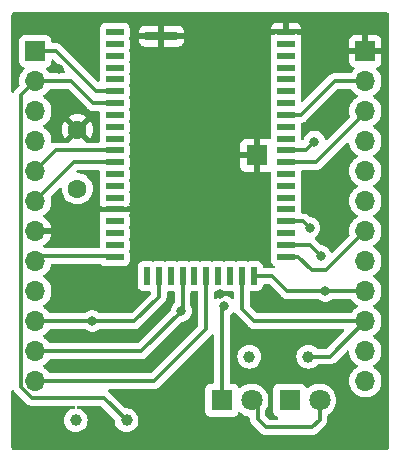
<source format=gbr>
%TF.GenerationSoftware,KiCad,Pcbnew,8.0.3*%
%TF.CreationDate,2024-07-23T20:10:18-07:00*%
%TF.ProjectId,BM-83 Carrier PCB,424d2d38-3320-4436-9172-726965722050,rev?*%
%TF.SameCoordinates,Original*%
%TF.FileFunction,Copper,L1,Top*%
%TF.FilePolarity,Positive*%
%FSLAX46Y46*%
G04 Gerber Fmt 4.6, Leading zero omitted, Abs format (unit mm)*
G04 Created by KiCad (PCBNEW 8.0.3) date 2024-07-23 20:10:18*
%MOMM*%
%LPD*%
G01*
G04 APERTURE LIST*
%TA.AperFunction,ComponentPad*%
%ADD10C,1.000000*%
%TD*%
%TA.AperFunction,SMDPad,CuDef*%
%ADD11R,1.498600X0.609600*%
%TD*%
%TA.AperFunction,SMDPad,CuDef*%
%ADD12R,0.609600X1.498600*%
%TD*%
%TA.AperFunction,SMDPad,CuDef*%
%ADD13R,1.778000X1.778000*%
%TD*%
%TA.AperFunction,SMDPad,CuDef*%
%ADD14R,2.794000X0.762000*%
%TD*%
%TA.AperFunction,ComponentPad*%
%ADD15R,1.800000X1.800000*%
%TD*%
%TA.AperFunction,ComponentPad*%
%ADD16C,1.800000*%
%TD*%
%TA.AperFunction,ComponentPad*%
%ADD17R,1.700000X1.700000*%
%TD*%
%TA.AperFunction,ComponentPad*%
%ADD18O,1.700000X1.700000*%
%TD*%
%TA.AperFunction,ComponentPad*%
%ADD19C,1.600000*%
%TD*%
%TA.AperFunction,ViaPad*%
%ADD20C,0.800000*%
%TD*%
%TA.AperFunction,Conductor*%
%ADD21C,0.304800*%
%TD*%
G04 APERTURE END LIST*
D10*
%TO.P,RX1,1,1*%
%TO.N,Net-(J2-Pin_10)*%
X155200000Y-95200000D03*
%TD*%
%TO.P,TX1,1,1*%
%TO.N,Net-(J2-Pin_9)*%
X150200000Y-95200000D03*
%TD*%
%TO.P,Aud1,1,1*%
%TO.N,Net-(J1-Pin_1)*%
X135500000Y-100600000D03*
%TD*%
D11*
%TO.P,U1,1,DR1*%
%TO.N,unconnected-(U1-DR1-Pad1)*%
X138799570Y-67736720D03*
%TO.P,U1,2,RFS1*%
%TO.N,unconnected-(U1-RFS1-Pad2)*%
X138799570Y-68737480D03*
%TO.P,U1,3,SCLK1*%
%TO.N,unconnected-(U1-SCLK1-Pad3)*%
X138799570Y-69738240D03*
%TO.P,U1,4,DT1*%
%TO.N,unconnected-(U1-DT1-Pad4)*%
X138799570Y-70739000D03*
%TO.P,U1,5,MCLK1*%
%TO.N,unconnected-(U1-MCLK1-Pad5)*%
X138799570Y-71739760D03*
%TO.P,U1,6,AOHPR*%
%TO.N,Net-(J1-Pin_1)*%
X138799570Y-72740520D03*
%TO.P,U1,7,AOHPM*%
%TO.N,Net-(J1-Pin_2)*%
X138799570Y-73741280D03*
%TO.P,U1,8,AOHPL*%
%TO.N,unconnected-(U1-AOHPL-Pad8)*%
X138799570Y-74742040D03*
%TO.P,U1,9,MICN2*%
%TO.N,unconnected-(U1-MICN2-Pad9)*%
X138799570Y-75742800D03*
%TO.P,U1,10,MICP2*%
%TO.N,unconnected-(U1-MICP2-Pad10)*%
X138799570Y-76743560D03*
%TO.P,U1,11,AIR*%
%TO.N,Net-(J1-Pin_5)*%
X138799570Y-77744320D03*
%TO.P,U1,12,AIL*%
%TO.N,Net-(J1-Pin_6)*%
X138799570Y-78745080D03*
%TO.P,U1,13,MICN1*%
%TO.N,unconnected-(U1-MICN1-Pad13)*%
X138799570Y-79745840D03*
%TO.P,U1,14,MICP1*%
%TO.N,unconnected-(U1-MICP1-Pad14)*%
X138799570Y-80746600D03*
%TO.P,U1,15,MICBIAS*%
%TO.N,unconnected-(U1-MICBIAS-Pad15)*%
X138799570Y-81747360D03*
%TO.P,U1,16,GND*%
%TO.N,GND*%
X138799570Y-82748120D03*
%TO.P,U1,17,DMIC_CLK*%
%TO.N,unconnected-(U1-DMIC_CLK-Pad17)*%
X138799570Y-83748880D03*
%TO.P,U1,18,MIDC1_R*%
%TO.N,unconnected-(U1-MIDC1_R-Pad18)*%
X138799570Y-84749640D03*
%TO.P,U1,19,MIDC1_L*%
%TO.N,unconnected-(U1-MIDC1_L-Pad19)*%
X138799570Y-85750400D03*
%TO.P,U1,20,P3_2*%
%TO.N,Net-(J1-Pin_8)*%
X138799570Y-86751160D03*
D12*
%TO.P,U1,21,P2_6*%
%TO.N,unconnected-(U1-P2_6-Pad21)*%
X141546580Y-88394540D03*
%TO.P,U1,22,ADAP_IN*%
%TO.N,Net-(J1-Pin_10)*%
X142547340Y-88394540D03*
%TO.P,U1,23,BAT_IN*%
%TO.N,unconnected-(U1-BAT_IN-Pad23)*%
X143548100Y-88394540D03*
%TO.P,U1,24,SYS_PWR*%
%TO.N,Net-(D1-A)*%
X144548860Y-88394540D03*
%TO.P,U1,25,VDD_IO*%
%TO.N,unconnected-(U1-VDD_IO-Pad25)*%
X145549620Y-88394540D03*
%TO.P,U1,26,PWRMFB*%
%TO.N,Net-(J1-Pin_12)*%
X146550380Y-88394540D03*
%TO.P,U1,27,SKI1_AMB_DET*%
%TO.N,unconnected-(U1-SKI1_AMB_DET-Pad27)*%
X147551140Y-88394540D03*
%TO.P,U1,28,SK2_KEY_AD*%
%TO.N,unconnected-(U1-SK2_KEY_AD-Pad28)*%
X148551900Y-88394540D03*
%TO.P,U1,29,P8_6/UART_RXD*%
%TO.N,Net-(J2-Pin_10)*%
X149552660Y-88394540D03*
%TO.P,U1,30,P8_5/UART_TXD*%
%TO.N,Net-(J2-Pin_9)*%
X150553420Y-88394540D03*
D11*
%TO.P,U1,31,P3_4/UART_RTS*%
%TO.N,Net-(J2-Pin_7)*%
X153300430Y-86751160D03*
%TO.P,U1,32,LED1*%
%TO.N,Net-(D1-K)*%
X153300430Y-85750400D03*
%TO.P,U1,33,P0_2*%
%TO.N,unconnected-(U1-P0_2-Pad33)*%
X153300430Y-84749640D03*
%TO.P,U1,34,LED2*%
%TO.N,Net-(D2-K)*%
X153300430Y-83748880D03*
%TO.P,U1,35,P0_6*%
%TO.N,unconnected-(U1-P0_6-Pad35)*%
X153300430Y-82748120D03*
%TO.P,U1,36,DM*%
%TO.N,unconnected-(U1-DM-Pad36)*%
X153300430Y-81747360D03*
%TO.P,U1,37,DP*%
%TO.N,unconnected-(U1-DP-Pad37)*%
X153300430Y-80746600D03*
%TO.P,U1,38,P0_3*%
%TO.N,unconnected-(U1-P0_3-Pad38)*%
X153300430Y-79745840D03*
%TO.P,U1,39,P2_7*%
%TO.N,Net-(J2-Pin_3)*%
X153300430Y-78745080D03*
%TO.P,U1,40,P0_5*%
%TO.N,Net-(J2-Pin_4)*%
X153300430Y-77744320D03*
%TO.P,U1,41,P1_6/PWRM1*%
%TO.N,unconnected-(U1-P1_6{slash}PWRM1-Pad41)*%
X153300430Y-76743560D03*
%TO.P,U1,42,P2_3*%
%TO.N,unconnected-(U1-P2_3-Pad42)*%
X153300430Y-75742800D03*
%TO.P,U1,43,RST_N*%
%TO.N,Net-(J2-Pin_2)*%
X153300430Y-74742040D03*
%TO.P,U1,44,P0_1*%
%TO.N,unconnected-(U1-P0_1-Pad44)*%
X153300430Y-73741280D03*
%TO.P,U1,45,P0_7*%
%TO.N,unconnected-(U1-P0_7-Pad45)*%
X153300430Y-72740520D03*
%TO.P,U1,46,P1_2/TDI_CPU/SCL*%
%TO.N,unconnected-(U1-P1_2{slash}TDI_CPU{slash}SCL-Pad46)*%
X153300430Y-71739760D03*
%TO.P,U1,47,P1_3/TCK_CPU/SDA*%
%TO.N,unconnected-(U1-P1_3{slash}TCK_CPU{slash}SDA-Pad47)*%
X153300430Y-70739000D03*
%TO.P,U1,48,P3_7/UART_CTS*%
%TO.N,unconnected-(U1-P3_7{slash}UART_CTS-Pad48)*%
X153300430Y-69738240D03*
%TO.P,U1,49,P0_0/UART_TX_IN*%
%TO.N,unconnected-(U1-P0_0{slash}UART_TX_IN-Pad49)*%
X153300430Y-68737480D03*
%TO.P,U1,50,GND*%
%TO.N,GND*%
X153300430Y-67736720D03*
D13*
%TO.P,U1,56,GND*%
X150820001Y-78173580D03*
D14*
%TO.P,U1,57,GND*%
X142760700Y-68064380D03*
%TD*%
D10*
%TO.P,Aud2,1,1*%
%TO.N,Net-(J1-Pin_2)*%
X139800000Y-100600000D03*
%TD*%
D15*
%TO.P,D2,1,K*%
%TO.N,Net-(D2-K)*%
X147860000Y-98900000D03*
D16*
%TO.P,D2,2,A*%
%TO.N,Net-(D1-A)*%
X150400000Y-98900000D03*
%TD*%
D15*
%TO.P,D1,1,K*%
%TO.N,Net-(D1-K)*%
X153600000Y-98900000D03*
D16*
%TO.P,D1,2,A*%
%TO.N,Net-(D1-A)*%
X156140000Y-98900000D03*
%TD*%
D17*
%TO.P,J2,1,Pin_1*%
%TO.N,GND*%
X160020000Y-69342000D03*
D18*
%TO.P,J2,2,Pin_2*%
%TO.N,Net-(J2-Pin_2)*%
X160020000Y-71882000D03*
%TO.P,J2,3,Pin_3*%
%TO.N,Net-(J2-Pin_3)*%
X160020000Y-74422000D03*
%TO.P,J2,4,Pin_4*%
%TO.N,Net-(J2-Pin_4)*%
X160020000Y-76962000D03*
%TO.P,J2,5,Pin_5*%
%TO.N,unconnected-(J2-Pin_5-Pad5)*%
X160020000Y-79502000D03*
%TO.P,J2,6,Pin_6*%
%TO.N,unconnected-(J2-Pin_6-Pad6)*%
X160020000Y-82042000D03*
%TO.P,J2,7,Pin_7*%
%TO.N,Net-(J2-Pin_7)*%
X160020000Y-84582000D03*
%TO.P,J2,8,Pin_8*%
%TO.N,unconnected-(J2-Pin_8-Pad8)*%
X160020000Y-87122000D03*
%TO.P,J2,9,Pin_9*%
%TO.N,Net-(J2-Pin_9)*%
X160020000Y-89662000D03*
%TO.P,J2,10,Pin_10*%
%TO.N,Net-(J2-Pin_10)*%
X160020000Y-92202000D03*
%TO.P,J2,11,Pin_11*%
%TO.N,unconnected-(J2-Pin_11-Pad11)*%
X160020000Y-94742000D03*
%TO.P,J2,12,Pin_12*%
%TO.N,unconnected-(J2-Pin_12-Pad12)*%
X160020000Y-97282000D03*
%TD*%
D17*
%TO.P,J1,1,Pin_1*%
%TO.N,Net-(J1-Pin_1)*%
X132080000Y-69342000D03*
D18*
%TO.P,J1,2,Pin_2*%
%TO.N,Net-(J1-Pin_2)*%
X132080000Y-71882000D03*
%TO.P,J1,3,Pin_3*%
%TO.N,unconnected-(J1-Pin_3-Pad3)*%
X132080000Y-74422000D03*
%TO.P,J1,4,Pin_4*%
%TO.N,unconnected-(J1-Pin_4-Pad4)*%
X132080000Y-76962000D03*
%TO.P,J1,5,Pin_5*%
%TO.N,Net-(J1-Pin_5)*%
X132080000Y-79502000D03*
%TO.P,J1,6,Pin_6*%
%TO.N,Net-(J1-Pin_6)*%
X132080000Y-82042000D03*
%TO.P,J1,7,Pin_7*%
%TO.N,GND*%
X132080000Y-84582000D03*
%TO.P,J1,8,Pin_8*%
%TO.N,Net-(J1-Pin_8)*%
X132080000Y-87122000D03*
%TO.P,J1,9,Pin_9*%
%TO.N,unconnected-(J1-Pin_9-Pad9)*%
X132080000Y-89662000D03*
%TO.P,J1,10,Pin_10*%
%TO.N,Net-(J1-Pin_10)*%
X132080000Y-92202000D03*
%TO.P,J1,11,Pin_11*%
%TO.N,Net-(D1-A)*%
X132080000Y-94742000D03*
%TO.P,J1,12,Pin_12*%
%TO.N,Net-(J1-Pin_12)*%
X132080000Y-97282000D03*
%TD*%
D19*
%TO.P,C1,1*%
%TO.N,Net-(J1-Pin_10)*%
X135636000Y-80986000D03*
%TO.P,C1,2*%
%TO.N,GND*%
X135636000Y-75986000D03*
%TD*%
D20*
%TO.N,GND*%
X139700000Y-95800000D03*
X142100000Y-76700000D03*
X135700000Y-84500000D03*
X156900000Y-91100000D03*
X147700000Y-89900000D03*
X148100000Y-68600000D03*
X142800000Y-70000000D03*
X149860000Y-85090000D03*
X141986000Y-72898000D03*
X155700000Y-75200000D03*
X142100000Y-101000000D03*
X157200000Y-84400000D03*
X157226000Y-75184000D03*
X155300000Y-71300000D03*
X142500000Y-84700000D03*
X143000000Y-81100000D03*
X156400000Y-68400000D03*
X139500000Y-93400000D03*
X139100000Y-90300000D03*
X135200000Y-96000000D03*
X155700000Y-81900000D03*
X135636000Y-68834000D03*
X144900000Y-98400000D03*
X135300000Y-93600000D03*
X134112000Y-70866000D03*
X135100000Y-88900000D03*
X142700000Y-91500000D03*
X148600000Y-74200000D03*
X159800000Y-101100000D03*
X134874000Y-73406000D03*
X142800000Y-94800000D03*
X156900000Y-79800000D03*
X146300000Y-85000000D03*
X148200000Y-78200000D03*
X152900000Y-95200000D03*
X151892000Y-90170000D03*
X147400000Y-81700000D03*
%TO.N,Net-(J1-Pin_10)*%
X136900000Y-92202000D03*
%TO.N,Net-(D1-A)*%
X144450000Y-91350000D03*
%TO.N,Net-(D1-K)*%
X156223973Y-86676027D03*
%TO.N,Net-(D2-K)*%
X148050000Y-90950000D03*
X155300000Y-84300000D03*
%TO.N,Net-(J2-Pin_9)*%
X156638000Y-89662000D03*
%TO.N,Net-(J2-Pin_4)*%
X155700000Y-77000000D03*
%TD*%
D21*
%TO.N,GND*%
X148200000Y-78200000D02*
X148226420Y-78173580D01*
X148226420Y-78173580D02*
X150820001Y-78173580D01*
X142760700Y-69960700D02*
X142760700Y-68064380D01*
X142800000Y-70000000D02*
X142760700Y-69960700D01*
X150746421Y-78100000D02*
X150600000Y-78100000D01*
%TO.N,Net-(J1-Pin_1)*%
X137256520Y-72740520D02*
X138799570Y-72740520D01*
X132080000Y-69342000D02*
X133858000Y-69342000D01*
X133858000Y-69342000D02*
X137256520Y-72740520D01*
%TO.N,Net-(J1-Pin_2)*%
X130877600Y-73084400D02*
X132080000Y-71882000D01*
X135128000Y-71882000D02*
X136987280Y-73741280D01*
X130877600Y-97785200D02*
X130877600Y-73084400D01*
X139800000Y-100600000D02*
X137892400Y-98692400D01*
X137892400Y-98692400D02*
X131784800Y-98692400D01*
X136987280Y-73741280D02*
X138799570Y-73741280D01*
X132080000Y-71882000D02*
X135128000Y-71882000D01*
X131784800Y-98692400D02*
X130877600Y-97785200D01*
%TO.N,GND*%
X135618000Y-84582000D02*
X135700000Y-84500000D01*
X132080000Y-84582000D02*
X135618000Y-84582000D01*
%TO.N,Net-(J1-Pin_10)*%
X140462000Y-92202000D02*
X142547340Y-90116660D01*
X142547340Y-90116660D02*
X142547340Y-88394540D01*
X132080000Y-92202000D02*
X140462000Y-92202000D01*
%TO.N,Net-(D1-A)*%
X132080000Y-94742000D02*
X141058000Y-94742000D01*
X151600000Y-101200000D02*
X155500000Y-101200000D01*
X150900000Y-100500000D02*
X151600000Y-101200000D01*
X144450000Y-91350000D02*
X144548860Y-91251140D01*
X141058000Y-94742000D02*
X144548860Y-91251140D01*
X156140000Y-100560000D02*
X156140000Y-98900000D01*
X150400000Y-98900000D02*
X150900000Y-99400000D01*
X150900000Y-99400000D02*
X150900000Y-100500000D01*
X144548860Y-91251140D02*
X144548860Y-88394540D01*
X155500000Y-101200000D02*
X156140000Y-100560000D01*
%TO.N,Net-(D1-K)*%
X156223972Y-86676027D02*
X155298345Y-85750400D01*
X156223973Y-86676027D02*
X156223972Y-86676027D01*
X155298345Y-85750400D02*
X153300430Y-85750400D01*
%TO.N,Net-(D2-K)*%
X148050000Y-90950000D02*
X147860000Y-91140000D01*
X155300000Y-84300000D02*
X154748880Y-83748880D01*
X147860000Y-91140000D02*
X147860000Y-98900000D01*
X154748880Y-83748880D02*
X153300430Y-83748880D01*
%TO.N,Net-(J1-Pin_8)*%
X132502000Y-86700000D02*
X138748410Y-86700000D01*
X138748410Y-86700000D02*
X138799570Y-86751160D01*
X132080000Y-87122000D02*
X132502000Y-86700000D01*
%TO.N,Net-(J1-Pin_6)*%
X135382000Y-78740000D02*
X135387080Y-78745080D01*
X132080000Y-82042000D02*
X135382000Y-78740000D01*
X135387080Y-78745080D02*
X138799570Y-78745080D01*
%TO.N,Net-(J1-Pin_12)*%
X132080000Y-97282000D02*
X142118000Y-97282000D01*
X146550380Y-92849620D02*
X146550380Y-88394540D01*
X142118000Y-97282000D02*
X146550380Y-92849620D01*
%TO.N,Net-(J1-Pin_5)*%
X133837680Y-77744320D02*
X138799570Y-77744320D01*
X132080000Y-79502000D02*
X133837680Y-77744320D01*
%TO.N,Net-(J2-Pin_9)*%
X160020000Y-89662000D02*
X153416000Y-89662000D01*
X152143460Y-88394540D02*
X150553420Y-88394540D01*
X152146000Y-88392000D02*
X152143460Y-88394540D01*
X153416000Y-89662000D02*
X152146000Y-88392000D01*
X156638000Y-89662000D02*
X160020000Y-89662000D01*
%TO.N,Net-(J2-Pin_7)*%
X156702000Y-87900000D02*
X155500000Y-87900000D01*
X160020000Y-84582000D02*
X156702000Y-87900000D01*
X154351160Y-86751160D02*
X153300430Y-86751160D01*
X155500000Y-87900000D02*
X154351160Y-86751160D01*
%TO.N,Net-(J2-Pin_2)*%
X157418000Y-71882000D02*
X160020000Y-71882000D01*
X153300430Y-74742040D02*
X154557960Y-74742040D01*
X154557960Y-74742040D02*
X157418000Y-71882000D01*
%TO.N,Net-(J2-Pin_3)*%
X160020000Y-74580000D02*
X155854920Y-78745080D01*
X160020000Y-74422000D02*
X160020000Y-74580000D01*
X155854920Y-78745080D02*
X153300430Y-78745080D01*
%TO.N,Net-(J2-Pin_4)*%
X154955680Y-77744320D02*
X153300430Y-77744320D01*
X155700000Y-77000000D02*
X154955680Y-77744320D01*
%TO.N,Net-(J2-Pin_10)*%
X155200000Y-95200000D02*
X157022000Y-95200000D01*
X157022000Y-95200000D02*
X160020000Y-92202000D01*
X150622000Y-92202000D02*
X149552660Y-91132660D01*
X160020000Y-92202000D02*
X150622000Y-92202000D01*
X149552660Y-91132660D02*
X149552660Y-88394540D01*
%TD*%
%TA.AperFunction,Conductor*%
%TO.N,GND*%
G36*
X161810170Y-66042421D02*
G01*
X161836458Y-66047649D01*
X161870621Y-66054445D01*
X161916037Y-66073257D01*
X161956768Y-66100472D01*
X161991527Y-66135231D01*
X162018741Y-66175959D01*
X162037554Y-66221378D01*
X162049579Y-66281829D01*
X162052000Y-66306411D01*
X162052000Y-102857588D01*
X162049579Y-102882170D01*
X162037554Y-102942621D01*
X162018741Y-102988040D01*
X161991530Y-103028765D01*
X161956765Y-103063530D01*
X161916040Y-103090741D01*
X161870622Y-103109554D01*
X161832376Y-103117162D01*
X161810169Y-103121579D01*
X161785589Y-103124000D01*
X130314411Y-103124000D01*
X130289829Y-103121579D01*
X130229378Y-103109554D01*
X130183959Y-103090741D01*
X130143231Y-103063527D01*
X130108472Y-103028768D01*
X130081257Y-102988037D01*
X130062445Y-102942619D01*
X130050421Y-102882168D01*
X130048000Y-102857588D01*
X130048000Y-98142828D01*
X130068002Y-98074707D01*
X130121658Y-98028214D01*
X130191932Y-98018110D01*
X130256512Y-98047604D01*
X130290410Y-98094613D01*
X130291917Y-98098253D01*
X130291918Y-98098254D01*
X130364245Y-98206499D01*
X131363501Y-99205755D01*
X131471746Y-99278082D01*
X131592023Y-99327903D01*
X131719707Y-99353301D01*
X131719708Y-99353301D01*
X131856107Y-99353301D01*
X131856127Y-99353300D01*
X135304146Y-99353300D01*
X135372267Y-99373302D01*
X135418760Y-99426958D01*
X135428864Y-99497232D01*
X135399370Y-99561812D01*
X135339644Y-99600196D01*
X135316496Y-99604693D01*
X135302305Y-99606090D01*
X135112195Y-99663759D01*
X134936995Y-99757405D01*
X134783432Y-99883432D01*
X134657405Y-100036995D01*
X134563759Y-100212195D01*
X134506090Y-100402305D01*
X134486620Y-100599996D01*
X134486620Y-100600003D01*
X134506090Y-100797694D01*
X134506091Y-100797700D01*
X134506092Y-100797701D01*
X134563759Y-100987804D01*
X134657405Y-101163004D01*
X134783432Y-101316568D01*
X134936996Y-101442595D01*
X135112196Y-101536241D01*
X135302299Y-101593908D01*
X135302303Y-101593908D01*
X135302305Y-101593909D01*
X135499997Y-101613380D01*
X135500000Y-101613380D01*
X135500003Y-101613380D01*
X135697694Y-101593909D01*
X135697695Y-101593908D01*
X135697701Y-101593908D01*
X135887804Y-101536241D01*
X136063004Y-101442595D01*
X136216568Y-101316568D01*
X136342595Y-101163004D01*
X136436241Y-100987804D01*
X136493908Y-100797701D01*
X136513380Y-100600000D01*
X136513380Y-100599996D01*
X136493909Y-100402305D01*
X136493908Y-100402303D01*
X136493908Y-100402299D01*
X136436241Y-100212196D01*
X136342595Y-100036996D01*
X136216568Y-99883432D01*
X136063004Y-99757405D01*
X135887804Y-99663759D01*
X135697701Y-99606092D01*
X135697700Y-99606091D01*
X135697694Y-99606090D01*
X135683504Y-99604693D01*
X135617672Y-99578110D01*
X135576662Y-99520156D01*
X135573495Y-99449230D01*
X135609176Y-99387851D01*
X135672377Y-99355507D01*
X135695854Y-99353300D01*
X137566456Y-99353300D01*
X137634577Y-99373302D01*
X137655551Y-99390205D01*
X138751539Y-100486193D01*
X138785565Y-100548505D01*
X138787837Y-100587633D01*
X138786621Y-100599996D01*
X138786620Y-100600004D01*
X138806090Y-100797694D01*
X138806091Y-100797700D01*
X138806092Y-100797701D01*
X138863759Y-100987804D01*
X138957405Y-101163004D01*
X139083432Y-101316568D01*
X139236996Y-101442595D01*
X139412196Y-101536241D01*
X139602299Y-101593908D01*
X139602303Y-101593908D01*
X139602305Y-101593909D01*
X139799997Y-101613380D01*
X139800000Y-101613380D01*
X139800003Y-101613380D01*
X139997694Y-101593909D01*
X139997695Y-101593908D01*
X139997701Y-101593908D01*
X140187804Y-101536241D01*
X140363004Y-101442595D01*
X140516568Y-101316568D01*
X140642595Y-101163004D01*
X140736241Y-100987804D01*
X140793908Y-100797701D01*
X140813380Y-100600000D01*
X140813380Y-100599996D01*
X140793909Y-100402305D01*
X140793908Y-100402303D01*
X140793908Y-100402299D01*
X140736241Y-100212196D01*
X140642595Y-100036996D01*
X140516568Y-99883432D01*
X140363004Y-99757405D01*
X140187804Y-99663759D01*
X139997701Y-99606092D01*
X139997700Y-99606091D01*
X139997694Y-99606090D01*
X139800004Y-99586620D01*
X139800001Y-99586620D01*
X139800000Y-99586620D01*
X139787634Y-99587837D01*
X139717883Y-99574607D01*
X139686193Y-99551539D01*
X138313701Y-98179047D01*
X138313693Y-98179040D01*
X138305649Y-98173666D01*
X138260120Y-98119190D01*
X138251271Y-98048747D01*
X138281911Y-97984702D01*
X138342312Y-97947390D01*
X138375649Y-97942900D01*
X142183092Y-97942900D01*
X142183093Y-97942900D01*
X142310777Y-97917502D01*
X142431054Y-97867682D01*
X142539299Y-97795355D01*
X146984005Y-93350649D01*
X147046317Y-93316623D01*
X147117132Y-93321688D01*
X147173968Y-93364235D01*
X147198779Y-93430755D01*
X147199100Y-93439744D01*
X147199100Y-97365500D01*
X147179098Y-97433621D01*
X147125442Y-97480114D01*
X147073100Y-97491500D01*
X146911350Y-97491500D01*
X146850803Y-97498009D01*
X146850795Y-97498011D01*
X146713797Y-97549110D01*
X146713792Y-97549112D01*
X146596738Y-97636738D01*
X146509112Y-97753792D01*
X146509110Y-97753797D01*
X146458011Y-97890795D01*
X146458009Y-97890803D01*
X146451500Y-97951350D01*
X146451500Y-99848649D01*
X146458009Y-99909196D01*
X146458011Y-99909204D01*
X146509110Y-100046202D01*
X146509112Y-100046207D01*
X146596738Y-100163261D01*
X146713792Y-100250887D01*
X146713794Y-100250888D01*
X146713796Y-100250889D01*
X146765243Y-100270078D01*
X146850795Y-100301988D01*
X146850803Y-100301990D01*
X146911350Y-100308499D01*
X146911355Y-100308499D01*
X146911362Y-100308500D01*
X146911368Y-100308500D01*
X148808632Y-100308500D01*
X148808638Y-100308500D01*
X148808645Y-100308499D01*
X148808649Y-100308499D01*
X148869196Y-100301990D01*
X148869199Y-100301989D01*
X148869201Y-100301989D01*
X149006204Y-100250889D01*
X149048878Y-100218944D01*
X149123261Y-100163261D01*
X149210886Y-100046208D01*
X149210885Y-100046208D01*
X149210889Y-100046204D01*
X149234258Y-99983547D01*
X149276804Y-99926715D01*
X149343325Y-99901904D01*
X149412699Y-99916996D01*
X149438294Y-99936996D01*
X149438946Y-99936289D01*
X149442778Y-99939817D01*
X149498966Y-99983550D01*
X149626983Y-100083190D01*
X149832273Y-100194287D01*
X150053049Y-100270080D01*
X150133839Y-100283561D01*
X150197738Y-100314503D01*
X150234766Y-100375079D01*
X150239100Y-100407843D01*
X150239100Y-100565095D01*
X150246043Y-100600000D01*
X150264498Y-100692777D01*
X150314318Y-100813054D01*
X150386645Y-100921299D01*
X151086645Y-101621299D01*
X151178701Y-101713355D01*
X151286946Y-101785682D01*
X151407223Y-101835502D01*
X151534906Y-101860900D01*
X155565092Y-101860900D01*
X155565093Y-101860900D01*
X155692777Y-101835502D01*
X155813054Y-101785682D01*
X155921299Y-101713355D01*
X156653355Y-100981299D01*
X156725682Y-100873054D01*
X156775503Y-100752777D01*
X156800900Y-100625093D01*
X156800900Y-100494906D01*
X156800900Y-100218944D01*
X156820902Y-100150823D01*
X156866932Y-100108130D01*
X156889897Y-100095701D01*
X156913017Y-100083190D01*
X157097220Y-99939818D01*
X157109283Y-99926715D01*
X157255314Y-99768083D01*
X157300900Y-99698308D01*
X157382984Y-99572669D01*
X157476749Y-99358907D01*
X157534051Y-99132626D01*
X157553327Y-98900000D01*
X157534051Y-98667374D01*
X157476749Y-98441093D01*
X157382984Y-98227331D01*
X157327776Y-98142828D01*
X157255314Y-98031916D01*
X157097225Y-97860186D01*
X157097221Y-97860182D01*
X157005118Y-97788496D01*
X156913017Y-97716810D01*
X156707727Y-97605713D01*
X156707724Y-97605712D01*
X156707723Y-97605711D01*
X156486955Y-97529921D01*
X156486948Y-97529919D01*
X156388411Y-97513476D01*
X156256712Y-97491500D01*
X156023288Y-97491500D01*
X155908066Y-97510727D01*
X155793051Y-97529919D01*
X155793044Y-97529921D01*
X155572276Y-97605711D01*
X155572273Y-97605713D01*
X155366985Y-97716809D01*
X155366983Y-97716810D01*
X155182778Y-97860182D01*
X155178946Y-97863711D01*
X155177581Y-97862228D01*
X155124129Y-97894333D01*
X155053165Y-97892180D01*
X154994630Y-97852003D01*
X154974258Y-97816449D01*
X154950889Y-97753797D01*
X154950887Y-97753792D01*
X154863261Y-97636738D01*
X154746207Y-97549112D01*
X154746202Y-97549110D01*
X154609204Y-97498011D01*
X154609196Y-97498009D01*
X154548649Y-97491500D01*
X154548638Y-97491500D01*
X152651362Y-97491500D01*
X152651350Y-97491500D01*
X152590803Y-97498009D01*
X152590795Y-97498011D01*
X152453797Y-97549110D01*
X152453792Y-97549112D01*
X152336738Y-97636738D01*
X152249112Y-97753792D01*
X152249110Y-97753797D01*
X152198011Y-97890795D01*
X152198009Y-97890803D01*
X152191500Y-97951350D01*
X152191500Y-99848649D01*
X152198009Y-99909196D01*
X152198011Y-99909204D01*
X152249110Y-100046202D01*
X152249112Y-100046207D01*
X152336738Y-100163261D01*
X152453792Y-100250887D01*
X152453794Y-100250888D01*
X152453796Y-100250889D01*
X152499223Y-100267832D01*
X152572180Y-100295045D01*
X152629016Y-100337592D01*
X152653826Y-100404112D01*
X152638734Y-100473486D01*
X152588532Y-100523688D01*
X152528147Y-100539100D01*
X151925944Y-100539100D01*
X151857823Y-100519098D01*
X151836849Y-100502195D01*
X151597805Y-100263151D01*
X151563779Y-100200839D01*
X151560900Y-100174056D01*
X151560900Y-99735819D01*
X151580902Y-99667698D01*
X151581312Y-99667065D01*
X151642984Y-99572669D01*
X151736749Y-99358907D01*
X151794051Y-99132626D01*
X151813327Y-98900000D01*
X151794051Y-98667374D01*
X151736749Y-98441093D01*
X151642984Y-98227331D01*
X151587776Y-98142828D01*
X151515314Y-98031916D01*
X151357225Y-97860186D01*
X151357221Y-97860182D01*
X151265118Y-97788496D01*
X151173017Y-97716810D01*
X150967727Y-97605713D01*
X150967724Y-97605712D01*
X150967723Y-97605711D01*
X150746955Y-97529921D01*
X150746948Y-97529919D01*
X150648411Y-97513476D01*
X150516712Y-97491500D01*
X150283288Y-97491500D01*
X150168066Y-97510727D01*
X150053051Y-97529919D01*
X150053044Y-97529921D01*
X149832276Y-97605711D01*
X149832273Y-97605713D01*
X149626985Y-97716809D01*
X149626983Y-97716810D01*
X149442778Y-97860182D01*
X149438946Y-97863711D01*
X149437581Y-97862228D01*
X149384129Y-97894333D01*
X149313165Y-97892180D01*
X149254630Y-97852003D01*
X149234258Y-97816449D01*
X149210889Y-97753797D01*
X149210887Y-97753792D01*
X149123261Y-97636738D01*
X149006207Y-97549112D01*
X149006202Y-97549110D01*
X148869204Y-97498011D01*
X148869196Y-97498009D01*
X148808649Y-97491500D01*
X148808638Y-97491500D01*
X148646900Y-97491500D01*
X148578779Y-97471498D01*
X148532286Y-97417842D01*
X148520900Y-97365500D01*
X148520900Y-95199996D01*
X149186620Y-95199996D01*
X149186620Y-95200003D01*
X149206090Y-95397694D01*
X149206091Y-95397700D01*
X149206092Y-95397701D01*
X149263759Y-95587804D01*
X149357405Y-95763004D01*
X149483432Y-95916568D01*
X149636996Y-96042595D01*
X149812196Y-96136241D01*
X150002299Y-96193908D01*
X150002303Y-96193908D01*
X150002305Y-96193909D01*
X150199997Y-96213380D01*
X150200000Y-96213380D01*
X150200003Y-96213380D01*
X150397694Y-96193909D01*
X150397695Y-96193908D01*
X150397701Y-96193908D01*
X150587804Y-96136241D01*
X150763004Y-96042595D01*
X150916568Y-95916568D01*
X151042595Y-95763004D01*
X151136241Y-95587804D01*
X151193908Y-95397701D01*
X151194589Y-95390793D01*
X151213380Y-95200003D01*
X151213380Y-95199996D01*
X151193909Y-95002305D01*
X151193908Y-95002303D01*
X151193908Y-95002299D01*
X151136241Y-94812196D01*
X151042595Y-94636996D01*
X150916568Y-94483432D01*
X150763004Y-94357405D01*
X150587804Y-94263759D01*
X150397701Y-94206092D01*
X150397700Y-94206091D01*
X150397694Y-94206090D01*
X150200003Y-94186620D01*
X150199997Y-94186620D01*
X150002305Y-94206090D01*
X149812195Y-94263759D01*
X149636995Y-94357405D01*
X149483432Y-94483432D01*
X149357405Y-94636995D01*
X149263759Y-94812195D01*
X149206090Y-95002305D01*
X149186620Y-95199996D01*
X148520900Y-95199996D01*
X148520900Y-91795038D01*
X148540902Y-91726917D01*
X148572838Y-91693102D01*
X148661253Y-91628866D01*
X148789040Y-91486944D01*
X148789046Y-91486933D01*
X148789811Y-91485882D01*
X148790419Y-91485412D01*
X148793459Y-91482037D01*
X148794075Y-91482592D01*
X148846028Y-91442521D01*
X148916763Y-91436436D01*
X148979559Y-91469560D01*
X148996521Y-91489928D01*
X149023365Y-91530104D01*
X149039305Y-91553959D01*
X150104244Y-92618897D01*
X150104255Y-92618909D01*
X150108644Y-92623298D01*
X150108645Y-92623299D01*
X150200701Y-92715355D01*
X150304224Y-92784527D01*
X150308946Y-92787682D01*
X150429223Y-92837502D01*
X150556906Y-92862900D01*
X150556907Y-92862900D01*
X158120257Y-92862900D01*
X158188378Y-92882902D01*
X158234871Y-92936558D01*
X158244975Y-93006832D01*
X158215481Y-93071412D01*
X158209353Y-93077993D01*
X157382617Y-93904729D01*
X156785151Y-94502195D01*
X156722839Y-94536221D01*
X156696056Y-94539100D01*
X156021847Y-94539100D01*
X155953726Y-94519098D01*
X155924447Y-94493033D01*
X155916569Y-94483433D01*
X155763004Y-94357405D01*
X155587804Y-94263759D01*
X155397694Y-94206090D01*
X155200003Y-94186620D01*
X155199997Y-94186620D01*
X155002305Y-94206090D01*
X154812195Y-94263759D01*
X154636995Y-94357405D01*
X154483432Y-94483432D01*
X154357405Y-94636995D01*
X154263759Y-94812195D01*
X154206090Y-95002305D01*
X154186620Y-95199996D01*
X154186620Y-95200003D01*
X154206090Y-95397694D01*
X154206091Y-95397700D01*
X154206092Y-95397701D01*
X154263759Y-95587804D01*
X154357405Y-95763004D01*
X154483432Y-95916568D01*
X154636996Y-96042595D01*
X154812196Y-96136241D01*
X155002299Y-96193908D01*
X155002303Y-96193908D01*
X155002305Y-96193909D01*
X155199997Y-96213380D01*
X155200000Y-96213380D01*
X155200003Y-96213380D01*
X155397694Y-96193909D01*
X155397695Y-96193908D01*
X155397701Y-96193908D01*
X155587804Y-96136241D01*
X155763004Y-96042595D01*
X155916568Y-95916568D01*
X155924447Y-95906966D01*
X155983124Y-95866998D01*
X156021847Y-95860900D01*
X157087092Y-95860900D01*
X157087093Y-95860900D01*
X157214777Y-95835502D01*
X157335054Y-95785682D01*
X157443299Y-95713355D01*
X158446097Y-94710555D01*
X158508406Y-94676533D01*
X158579221Y-94681597D01*
X158636057Y-94724144D01*
X158660759Y-94789247D01*
X158675437Y-94966375D01*
X158730702Y-95184612D01*
X158730703Y-95184613D01*
X158730704Y-95184616D01*
X158761733Y-95255355D01*
X158821141Y-95390793D01*
X158944275Y-95579265D01*
X158944279Y-95579270D01*
X159096762Y-95744908D01*
X159120012Y-95763004D01*
X159274424Y-95883189D01*
X159307680Y-95901186D01*
X159358071Y-95951200D01*
X159373423Y-96020516D01*
X159348862Y-96087129D01*
X159307680Y-96122813D01*
X159274426Y-96140810D01*
X159274424Y-96140811D01*
X159096762Y-96279091D01*
X158944279Y-96444729D01*
X158944275Y-96444734D01*
X158821141Y-96633206D01*
X158730703Y-96839386D01*
X158730702Y-96839387D01*
X158675437Y-97057624D01*
X158675436Y-97057630D01*
X158675436Y-97057632D01*
X158656844Y-97282000D01*
X158674743Y-97498009D01*
X158675437Y-97506375D01*
X158730702Y-97724612D01*
X158730703Y-97724613D01*
X158730704Y-97724616D01*
X158785831Y-97850293D01*
X158821141Y-97930793D01*
X158944275Y-98119265D01*
X158944279Y-98119270D01*
X159096762Y-98284908D01*
X159151331Y-98327381D01*
X159274424Y-98423189D01*
X159472426Y-98530342D01*
X159472427Y-98530342D01*
X159472428Y-98530343D01*
X159584227Y-98568723D01*
X159685365Y-98603444D01*
X159907431Y-98640500D01*
X159907435Y-98640500D01*
X160132565Y-98640500D01*
X160132569Y-98640500D01*
X160354635Y-98603444D01*
X160567574Y-98530342D01*
X160765576Y-98423189D01*
X160943240Y-98284906D01*
X161095722Y-98119268D01*
X161218860Y-97930791D01*
X161309296Y-97724616D01*
X161364564Y-97506368D01*
X161383156Y-97282000D01*
X161364564Y-97057632D01*
X161309296Y-96839384D01*
X161218860Y-96633209D01*
X161186838Y-96584195D01*
X161095724Y-96444734D01*
X161095720Y-96444729D01*
X160943237Y-96279091D01*
X160858812Y-96213380D01*
X160765576Y-96140811D01*
X160757131Y-96136241D01*
X160732320Y-96122814D01*
X160681929Y-96072802D01*
X160666576Y-96003485D01*
X160691136Y-95936872D01*
X160732320Y-95901186D01*
X160765576Y-95883189D01*
X160943240Y-95744906D01*
X161095722Y-95579268D01*
X161218860Y-95390791D01*
X161309296Y-95184616D01*
X161364564Y-94966368D01*
X161383156Y-94742000D01*
X161364564Y-94517632D01*
X161309296Y-94299384D01*
X161218860Y-94093209D01*
X161186838Y-94044195D01*
X161095724Y-93904734D01*
X161095720Y-93904729D01*
X160943237Y-93739091D01*
X160861382Y-93675381D01*
X160765576Y-93600811D01*
X160732319Y-93582813D01*
X160681929Y-93532802D01*
X160666576Y-93463485D01*
X160691136Y-93396872D01*
X160732320Y-93361186D01*
X160765576Y-93343189D01*
X160943240Y-93204906D01*
X161095722Y-93039268D01*
X161218860Y-92850791D01*
X161309296Y-92644616D01*
X161364564Y-92426368D01*
X161383156Y-92202000D01*
X161364564Y-91977632D01*
X161364562Y-91977624D01*
X161309297Y-91759387D01*
X161309296Y-91759386D01*
X161309296Y-91759384D01*
X161218860Y-91553209D01*
X161174566Y-91485412D01*
X161095724Y-91364734D01*
X161095720Y-91364729D01*
X160943237Y-91199091D01*
X160861382Y-91135381D01*
X160765576Y-91060811D01*
X160732319Y-91042813D01*
X160681929Y-90992802D01*
X160666576Y-90923485D01*
X160691136Y-90856872D01*
X160732320Y-90821186D01*
X160765576Y-90803189D01*
X160943240Y-90664906D01*
X161095722Y-90499268D01*
X161218860Y-90310791D01*
X161309296Y-90104616D01*
X161364564Y-89886368D01*
X161383156Y-89662000D01*
X161364564Y-89437632D01*
X161309296Y-89219384D01*
X161218860Y-89013209D01*
X161186838Y-88964195D01*
X161095724Y-88824734D01*
X161095720Y-88824729D01*
X160943237Y-88659091D01*
X160842780Y-88580902D01*
X160765576Y-88520811D01*
X160732319Y-88502813D01*
X160681929Y-88452802D01*
X160666576Y-88383485D01*
X160691136Y-88316872D01*
X160732320Y-88281186D01*
X160765576Y-88263189D01*
X160943240Y-88124906D01*
X161095722Y-87959268D01*
X161218860Y-87770791D01*
X161309296Y-87564616D01*
X161364564Y-87346368D01*
X161383156Y-87122000D01*
X161364564Y-86897632D01*
X161309296Y-86679384D01*
X161218860Y-86473209D01*
X161169534Y-86397710D01*
X161095724Y-86284734D01*
X161095720Y-86284729D01*
X160943237Y-86119091D01*
X160825836Y-86027714D01*
X160765576Y-85980811D01*
X160732319Y-85962813D01*
X160681929Y-85912802D01*
X160666576Y-85843485D01*
X160691136Y-85776872D01*
X160732320Y-85741186D01*
X160732847Y-85740901D01*
X160765576Y-85723189D01*
X160943240Y-85584906D01*
X161095722Y-85419268D01*
X161218860Y-85230791D01*
X161309296Y-85024616D01*
X161364564Y-84806368D01*
X161383156Y-84582000D01*
X161364564Y-84357632D01*
X161364562Y-84357624D01*
X161309297Y-84139387D01*
X161309296Y-84139386D01*
X161309296Y-84139384D01*
X161218860Y-83933209D01*
X161212140Y-83922924D01*
X161095724Y-83744734D01*
X161095720Y-83744729D01*
X160979570Y-83618559D01*
X160943240Y-83579094D01*
X160943239Y-83579093D01*
X160943237Y-83579091D01*
X160853033Y-83508882D01*
X160765576Y-83440811D01*
X160732319Y-83422813D01*
X160681929Y-83372802D01*
X160666576Y-83303485D01*
X160691136Y-83236872D01*
X160732320Y-83201186D01*
X160765576Y-83183189D01*
X160943240Y-83044906D01*
X161095722Y-82879268D01*
X161218860Y-82690791D01*
X161309296Y-82484616D01*
X161364564Y-82266368D01*
X161383156Y-82042000D01*
X161364564Y-81817632D01*
X161309296Y-81599384D01*
X161218860Y-81393209D01*
X161179756Y-81333356D01*
X161095724Y-81204734D01*
X161095720Y-81204729D01*
X160943237Y-81039091D01*
X160822962Y-80945477D01*
X160765576Y-80900811D01*
X160732319Y-80882813D01*
X160681929Y-80832802D01*
X160666576Y-80763485D01*
X160691136Y-80696872D01*
X160732320Y-80661186D01*
X160765576Y-80643189D01*
X160943240Y-80504906D01*
X161095722Y-80339268D01*
X161218860Y-80150791D01*
X161309296Y-79944616D01*
X161364564Y-79726368D01*
X161383156Y-79502000D01*
X161364564Y-79277632D01*
X161344648Y-79198985D01*
X161309297Y-79059387D01*
X161309296Y-79059386D01*
X161309296Y-79059384D01*
X161218860Y-78853209D01*
X161212140Y-78842924D01*
X161095724Y-78664734D01*
X161095720Y-78664729D01*
X160943237Y-78499091D01*
X160822632Y-78405220D01*
X160765576Y-78360811D01*
X160732319Y-78342813D01*
X160681929Y-78292802D01*
X160666576Y-78223485D01*
X160691136Y-78156872D01*
X160732320Y-78121186D01*
X160765576Y-78103189D01*
X160943240Y-77964906D01*
X161095722Y-77799268D01*
X161218860Y-77610791D01*
X161309296Y-77404616D01*
X161364564Y-77186368D01*
X161383156Y-76962000D01*
X161364564Y-76737632D01*
X161309296Y-76519384D01*
X161218860Y-76313209D01*
X161144341Y-76199149D01*
X161095724Y-76124734D01*
X161095720Y-76124729D01*
X160943237Y-75959091D01*
X160861382Y-75895381D01*
X160765576Y-75820811D01*
X160732319Y-75802813D01*
X160681929Y-75752802D01*
X160666576Y-75683485D01*
X160691136Y-75616872D01*
X160732320Y-75581186D01*
X160765576Y-75563189D01*
X160943240Y-75424906D01*
X161095722Y-75259268D01*
X161218860Y-75070791D01*
X161309296Y-74864616D01*
X161364564Y-74646368D01*
X161383156Y-74422000D01*
X161364564Y-74197632D01*
X161353838Y-74155276D01*
X161309297Y-73979387D01*
X161309296Y-73979386D01*
X161309296Y-73979384D01*
X161218860Y-73773209D01*
X161212140Y-73762924D01*
X161095724Y-73584734D01*
X161095720Y-73584729D01*
X160943237Y-73419091D01*
X160861382Y-73355381D01*
X160765576Y-73280811D01*
X160732319Y-73262813D01*
X160681929Y-73212802D01*
X160666576Y-73143485D01*
X160691136Y-73076872D01*
X160732320Y-73041186D01*
X160765576Y-73023189D01*
X160943240Y-72884906D01*
X161095722Y-72719268D01*
X161218860Y-72530791D01*
X161309296Y-72324616D01*
X161364564Y-72106368D01*
X161383156Y-71882000D01*
X161364564Y-71657632D01*
X161309296Y-71439384D01*
X161218860Y-71233209D01*
X161210739Y-71220779D01*
X161095724Y-71044734D01*
X161095714Y-71044722D01*
X160952159Y-70888782D01*
X160920737Y-70825117D01*
X160928723Y-70754571D01*
X160973582Y-70699542D01*
X161000827Y-70685388D01*
X161115965Y-70642444D01*
X161232904Y-70554904D01*
X161320444Y-70437965D01*
X161320444Y-70437964D01*
X161371494Y-70301093D01*
X161377999Y-70240597D01*
X161378000Y-70240585D01*
X161378000Y-69596000D01*
X160450703Y-69596000D01*
X160485925Y-69534993D01*
X160520000Y-69407826D01*
X160520000Y-69276174D01*
X160485925Y-69149007D01*
X160450703Y-69088000D01*
X161378000Y-69088000D01*
X161378000Y-68443414D01*
X161377999Y-68443402D01*
X161371494Y-68382906D01*
X161320444Y-68246035D01*
X161320444Y-68246034D01*
X161232904Y-68129095D01*
X161115965Y-68041555D01*
X160979093Y-67990505D01*
X160918597Y-67984000D01*
X160274000Y-67984000D01*
X160274000Y-68911297D01*
X160212993Y-68876075D01*
X160085826Y-68842000D01*
X159954174Y-68842000D01*
X159827007Y-68876075D01*
X159766000Y-68911297D01*
X159766000Y-67984000D01*
X159121402Y-67984000D01*
X159060906Y-67990505D01*
X158924035Y-68041555D01*
X158924034Y-68041555D01*
X158807095Y-68129095D01*
X158719555Y-68246034D01*
X158719555Y-68246035D01*
X158668505Y-68382906D01*
X158662000Y-68443402D01*
X158662000Y-69088000D01*
X159589297Y-69088000D01*
X159554075Y-69149007D01*
X159520000Y-69276174D01*
X159520000Y-69407826D01*
X159554075Y-69534993D01*
X159589297Y-69596000D01*
X158662000Y-69596000D01*
X158662000Y-70240597D01*
X158668505Y-70301093D01*
X158719555Y-70437964D01*
X158719555Y-70437965D01*
X158807095Y-70554904D01*
X158924034Y-70642444D01*
X159039172Y-70685388D01*
X159096008Y-70727935D01*
X159120819Y-70794455D01*
X159105728Y-70863829D01*
X159087841Y-70888782D01*
X158944280Y-71044729D01*
X158944275Y-71044735D01*
X158866346Y-71164015D01*
X158812342Y-71210104D01*
X158760863Y-71221100D01*
X157352902Y-71221100D01*
X157225222Y-71246498D01*
X157225219Y-71246499D01*
X157104945Y-71296318D01*
X156996705Y-71368642D01*
X156996698Y-71368647D01*
X154773325Y-73592021D01*
X154711013Y-73626047D01*
X154640198Y-73620982D01*
X154583362Y-73578435D01*
X154558551Y-73511915D01*
X154558230Y-73502926D01*
X154558230Y-73387847D01*
X154558229Y-73387830D01*
X154551720Y-73327283D01*
X154551719Y-73327282D01*
X154551719Y-73327279D01*
X154535923Y-73284932D01*
X154530858Y-73214120D01*
X154535923Y-73196869D01*
X154551719Y-73154521D01*
X154552906Y-73143485D01*
X154558229Y-73093969D01*
X154558230Y-73093952D01*
X154558230Y-72387087D01*
X154558229Y-72387070D01*
X154551720Y-72326523D01*
X154551719Y-72326522D01*
X154551719Y-72326519D01*
X154535923Y-72284172D01*
X154530858Y-72213360D01*
X154535923Y-72196109D01*
X154551719Y-72153761D01*
X154556814Y-72106375D01*
X154558229Y-72093209D01*
X154558230Y-72093192D01*
X154558230Y-71386327D01*
X154558229Y-71386310D01*
X154551720Y-71325763D01*
X154551719Y-71325762D01*
X154551719Y-71325759D01*
X154535923Y-71283412D01*
X154530858Y-71212600D01*
X154535923Y-71195349D01*
X154551719Y-71153001D01*
X154558230Y-71092438D01*
X154558230Y-70385562D01*
X154558229Y-70385550D01*
X154551720Y-70325003D01*
X154551719Y-70325002D01*
X154551719Y-70324999D01*
X154535923Y-70282652D01*
X154530858Y-70211840D01*
X154535923Y-70194589D01*
X154551719Y-70152241D01*
X154558230Y-70091678D01*
X154558230Y-69384802D01*
X154558229Y-69384790D01*
X154551720Y-69324243D01*
X154551719Y-69324242D01*
X154551719Y-69324239D01*
X154535923Y-69281892D01*
X154530858Y-69211080D01*
X154535923Y-69193829D01*
X154551719Y-69151481D01*
X154558230Y-69090918D01*
X154558230Y-68384042D01*
X154558097Y-68382803D01*
X154551720Y-68323484D01*
X154551718Y-68323477D01*
X154535657Y-68280414D01*
X154530593Y-68209599D01*
X154535658Y-68192349D01*
X154551223Y-68150618D01*
X154551224Y-68150613D01*
X154557729Y-68090117D01*
X154557730Y-68090105D01*
X154557730Y-67990720D01*
X154342606Y-67990720D01*
X154298573Y-67982775D01*
X154158934Y-67930691D01*
X154158926Y-67930689D01*
X154098379Y-67924180D01*
X154098368Y-67924180D01*
X152502492Y-67924180D01*
X152502480Y-67924180D01*
X152441933Y-67930689D01*
X152441925Y-67930691D01*
X152302287Y-67982775D01*
X152258254Y-67990720D01*
X152043130Y-67990720D01*
X152043130Y-68090117D01*
X152049635Y-68150615D01*
X152065202Y-68192353D01*
X152070266Y-68263169D01*
X152065203Y-68280414D01*
X152049140Y-68323481D01*
X152049139Y-68323484D01*
X152042630Y-68384030D01*
X152042630Y-69090929D01*
X152049139Y-69151476D01*
X152049141Y-69151483D01*
X152064935Y-69193829D01*
X152069999Y-69264645D01*
X152064935Y-69281891D01*
X152049141Y-69324236D01*
X152049139Y-69324243D01*
X152042630Y-69384790D01*
X152042630Y-70091689D01*
X152049139Y-70152236D01*
X152049141Y-70152243D01*
X152064935Y-70194589D01*
X152069999Y-70265405D01*
X152064935Y-70282651D01*
X152049141Y-70324996D01*
X152049139Y-70325003D01*
X152042630Y-70385550D01*
X152042630Y-71092449D01*
X152049139Y-71152996D01*
X152049141Y-71153003D01*
X152064935Y-71195349D01*
X152069999Y-71266165D01*
X152064935Y-71283411D01*
X152049141Y-71325756D01*
X152049139Y-71325763D01*
X152042630Y-71386310D01*
X152042630Y-72093209D01*
X152049139Y-72153756D01*
X152049141Y-72153763D01*
X152064935Y-72196109D01*
X152069999Y-72266925D01*
X152064935Y-72284171D01*
X152049141Y-72326516D01*
X152049139Y-72326523D01*
X152042630Y-72387070D01*
X152042630Y-73093969D01*
X152049139Y-73154516D01*
X152049141Y-73154523D01*
X152064935Y-73196869D01*
X152069999Y-73267685D01*
X152064935Y-73284931D01*
X152049141Y-73327276D01*
X152049139Y-73327283D01*
X152042630Y-73387830D01*
X152042630Y-74094729D01*
X152049139Y-74155276D01*
X152049141Y-74155283D01*
X152064935Y-74197629D01*
X152069999Y-74268445D01*
X152064935Y-74285691D01*
X152049141Y-74328036D01*
X152049139Y-74328043D01*
X152042630Y-74388590D01*
X152042630Y-75095489D01*
X152049139Y-75156036D01*
X152049141Y-75156043D01*
X152064935Y-75198389D01*
X152069999Y-75269205D01*
X152064935Y-75286451D01*
X152049141Y-75328796D01*
X152049139Y-75328803D01*
X152042630Y-75389350D01*
X152042630Y-76096249D01*
X152049139Y-76156796D01*
X152049141Y-76156803D01*
X152064935Y-76199149D01*
X152069999Y-76269965D01*
X152064935Y-76287211D01*
X152049141Y-76329556D01*
X152049139Y-76329563D01*
X152042630Y-76390110D01*
X152042630Y-76685358D01*
X152022628Y-76753479D01*
X151968972Y-76799972D01*
X151898698Y-76810076D01*
X151872598Y-76803414D01*
X151818094Y-76783085D01*
X151757598Y-76776580D01*
X151074001Y-76776580D01*
X151074001Y-79570580D01*
X151757586Y-79570580D01*
X151757598Y-79570579D01*
X151818095Y-79564074D01*
X151872596Y-79543746D01*
X151943412Y-79538680D01*
X152005724Y-79572704D01*
X152039750Y-79635016D01*
X152042630Y-79661801D01*
X152042630Y-80099289D01*
X152049139Y-80159836D01*
X152049141Y-80159843D01*
X152064935Y-80202189D01*
X152069999Y-80273005D01*
X152064935Y-80290251D01*
X152049141Y-80332596D01*
X152049139Y-80332603D01*
X152042630Y-80393150D01*
X152042630Y-81100049D01*
X152049139Y-81160596D01*
X152049141Y-81160603D01*
X152064935Y-81202949D01*
X152069999Y-81273765D01*
X152064935Y-81291011D01*
X152049141Y-81333356D01*
X152049139Y-81333363D01*
X152042630Y-81393910D01*
X152042630Y-82100809D01*
X152049139Y-82161356D01*
X152049141Y-82161363D01*
X152064935Y-82203709D01*
X152069999Y-82274525D01*
X152064935Y-82291771D01*
X152049141Y-82334116D01*
X152049139Y-82334123D01*
X152042630Y-82394670D01*
X152042630Y-83101569D01*
X152049139Y-83162116D01*
X152049141Y-83162123D01*
X152064935Y-83204469D01*
X152069999Y-83275285D01*
X152064935Y-83292531D01*
X152049141Y-83334876D01*
X152049139Y-83334883D01*
X152042630Y-83395430D01*
X152042630Y-84102329D01*
X152049139Y-84162876D01*
X152049141Y-84162883D01*
X152064935Y-84205229D01*
X152069999Y-84276045D01*
X152064935Y-84293291D01*
X152049141Y-84335636D01*
X152049139Y-84335643D01*
X152042630Y-84396190D01*
X152042630Y-85103089D01*
X152049139Y-85163636D01*
X152049141Y-85163643D01*
X152064935Y-85205989D01*
X152069999Y-85276805D01*
X152064935Y-85294051D01*
X152049141Y-85336396D01*
X152049139Y-85336403D01*
X152042630Y-85396950D01*
X152042630Y-86103849D01*
X152049139Y-86164396D01*
X152049141Y-86164403D01*
X152064935Y-86206749D01*
X152069999Y-86277565D01*
X152064935Y-86294811D01*
X152049141Y-86337156D01*
X152049139Y-86337163D01*
X152042630Y-86397710D01*
X152042630Y-87104609D01*
X152049139Y-87165156D01*
X152049141Y-87165164D01*
X152100240Y-87302162D01*
X152100242Y-87302167D01*
X152187868Y-87419221D01*
X152302737Y-87505211D01*
X152345284Y-87562047D01*
X152350348Y-87632863D01*
X152316323Y-87695175D01*
X152254011Y-87729200D01*
X152214884Y-87731473D01*
X152211095Y-87731100D01*
X152211093Y-87731100D01*
X152080907Y-87731100D01*
X152080902Y-87731100D01*
X152080901Y-87731101D01*
X152080308Y-87731219D01*
X152055729Y-87733640D01*
X151492720Y-87733640D01*
X151424599Y-87713638D01*
X151378106Y-87659982D01*
X151366720Y-87607640D01*
X151366720Y-87596607D01*
X151366719Y-87596590D01*
X151360210Y-87536043D01*
X151360208Y-87536035D01*
X151316638Y-87419222D01*
X151309109Y-87399036D01*
X151309108Y-87399034D01*
X151309107Y-87399032D01*
X151221481Y-87281978D01*
X151104427Y-87194352D01*
X151104422Y-87194350D01*
X150967424Y-87143251D01*
X150967416Y-87143249D01*
X150906869Y-87136740D01*
X150906858Y-87136740D01*
X150199982Y-87136740D01*
X150199970Y-87136740D01*
X150139423Y-87143249D01*
X150139416Y-87143251D01*
X150097071Y-87159045D01*
X150026255Y-87164109D01*
X150009009Y-87159045D01*
X149966663Y-87143251D01*
X149966656Y-87143249D01*
X149906109Y-87136740D01*
X149906098Y-87136740D01*
X149199222Y-87136740D01*
X149199210Y-87136740D01*
X149138663Y-87143249D01*
X149138656Y-87143251D01*
X149096311Y-87159045D01*
X149025495Y-87164109D01*
X149008249Y-87159045D01*
X148965903Y-87143251D01*
X148965896Y-87143249D01*
X148905349Y-87136740D01*
X148905338Y-87136740D01*
X148198462Y-87136740D01*
X148198450Y-87136740D01*
X148137903Y-87143249D01*
X148137896Y-87143251D01*
X148095551Y-87159045D01*
X148024735Y-87164109D01*
X148007489Y-87159045D01*
X147965143Y-87143251D01*
X147965136Y-87143249D01*
X147904589Y-87136740D01*
X147904578Y-87136740D01*
X147197702Y-87136740D01*
X147197690Y-87136740D01*
X147137143Y-87143249D01*
X147137136Y-87143251D01*
X147094791Y-87159045D01*
X147023975Y-87164109D01*
X147006729Y-87159045D01*
X146964383Y-87143251D01*
X146964376Y-87143249D01*
X146903829Y-87136740D01*
X146903818Y-87136740D01*
X146196942Y-87136740D01*
X146196930Y-87136740D01*
X146136383Y-87143249D01*
X146136376Y-87143251D01*
X146094031Y-87159045D01*
X146023215Y-87164109D01*
X146005969Y-87159045D01*
X145963623Y-87143251D01*
X145963616Y-87143249D01*
X145903069Y-87136740D01*
X145903058Y-87136740D01*
X145196182Y-87136740D01*
X145196170Y-87136740D01*
X145135623Y-87143249D01*
X145135616Y-87143251D01*
X145093271Y-87159045D01*
X145022455Y-87164109D01*
X145005209Y-87159045D01*
X144962863Y-87143251D01*
X144962856Y-87143249D01*
X144902309Y-87136740D01*
X144902298Y-87136740D01*
X144195422Y-87136740D01*
X144195410Y-87136740D01*
X144134863Y-87143249D01*
X144134856Y-87143251D01*
X144092511Y-87159045D01*
X144021695Y-87164109D01*
X144004449Y-87159045D01*
X143962103Y-87143251D01*
X143962096Y-87143249D01*
X143901549Y-87136740D01*
X143901538Y-87136740D01*
X143194662Y-87136740D01*
X143194650Y-87136740D01*
X143134103Y-87143249D01*
X143134096Y-87143251D01*
X143091751Y-87159045D01*
X143020935Y-87164109D01*
X143003689Y-87159045D01*
X142961343Y-87143251D01*
X142961336Y-87143249D01*
X142900789Y-87136740D01*
X142900778Y-87136740D01*
X142193902Y-87136740D01*
X142193890Y-87136740D01*
X142133343Y-87143249D01*
X142133336Y-87143251D01*
X142090991Y-87159045D01*
X142020175Y-87164109D01*
X142002929Y-87159045D01*
X141960583Y-87143251D01*
X141960576Y-87143249D01*
X141900029Y-87136740D01*
X141900018Y-87136740D01*
X141193142Y-87136740D01*
X141193130Y-87136740D01*
X141132583Y-87143249D01*
X141132575Y-87143251D01*
X140995577Y-87194350D01*
X140995572Y-87194352D01*
X140878518Y-87281978D01*
X140790892Y-87399032D01*
X140790890Y-87399037D01*
X140739791Y-87536035D01*
X140739789Y-87536043D01*
X140733280Y-87596590D01*
X140733280Y-89192489D01*
X140739789Y-89253036D01*
X140739791Y-89253044D01*
X140790890Y-89390042D01*
X140790892Y-89390047D01*
X140878518Y-89507101D01*
X140995572Y-89594727D01*
X140995574Y-89594728D01*
X140995576Y-89594729D01*
X141054655Y-89616764D01*
X141132575Y-89645828D01*
X141132583Y-89645830D01*
X141193130Y-89652339D01*
X141193135Y-89652339D01*
X141193142Y-89652340D01*
X141760440Y-89652340D01*
X141828561Y-89672342D01*
X141875054Y-89725998D01*
X141886440Y-89778340D01*
X141886440Y-89790716D01*
X141866438Y-89858837D01*
X141849535Y-89879811D01*
X140225151Y-91504195D01*
X140162839Y-91538221D01*
X140136056Y-91541100D01*
X137576921Y-91541100D01*
X137508800Y-91521098D01*
X137502860Y-91517036D01*
X137356752Y-91410882D01*
X137182288Y-91333206D01*
X136995487Y-91293500D01*
X136804513Y-91293500D01*
X136617711Y-91333206D01*
X136443247Y-91410882D01*
X136297140Y-91517036D01*
X136230272Y-91540895D01*
X136223079Y-91541100D01*
X133339137Y-91541100D01*
X133271016Y-91521098D01*
X133233654Y-91484015D01*
X133155724Y-91364735D01*
X133155720Y-91364729D01*
X133003237Y-91199091D01*
X132921382Y-91135381D01*
X132825576Y-91060811D01*
X132792319Y-91042813D01*
X132741929Y-90992802D01*
X132726576Y-90923485D01*
X132751136Y-90856872D01*
X132792320Y-90821186D01*
X132825576Y-90803189D01*
X133003240Y-90664906D01*
X133155722Y-90499268D01*
X133278860Y-90310791D01*
X133369296Y-90104616D01*
X133424564Y-89886368D01*
X133443156Y-89662000D01*
X133424564Y-89437632D01*
X133369296Y-89219384D01*
X133278860Y-89013209D01*
X133246838Y-88964195D01*
X133155724Y-88824734D01*
X133155720Y-88824729D01*
X133003237Y-88659091D01*
X132902780Y-88580902D01*
X132825576Y-88520811D01*
X132792319Y-88502813D01*
X132741929Y-88452802D01*
X132726576Y-88383485D01*
X132751136Y-88316872D01*
X132792320Y-88281186D01*
X132825576Y-88263189D01*
X133003240Y-88124906D01*
X133155722Y-87959268D01*
X133278860Y-87770791D01*
X133369296Y-87564616D01*
X133396810Y-87455965D01*
X133432921Y-87394843D01*
X133496348Y-87362944D01*
X133518953Y-87360900D01*
X137580279Y-87360900D01*
X137648400Y-87380902D01*
X137681146Y-87411389D01*
X137687010Y-87419222D01*
X137804062Y-87506847D01*
X137804064Y-87506848D01*
X137804066Y-87506849D01*
X137863145Y-87528884D01*
X137941065Y-87557948D01*
X137941073Y-87557950D01*
X138001620Y-87564459D01*
X138001625Y-87564459D01*
X138001632Y-87564460D01*
X138001638Y-87564460D01*
X139597502Y-87564460D01*
X139597508Y-87564460D01*
X139597515Y-87564459D01*
X139597519Y-87564459D01*
X139658066Y-87557950D01*
X139658069Y-87557949D01*
X139658071Y-87557949D01*
X139795074Y-87506849D01*
X139912131Y-87419221D01*
X139999759Y-87302164D01*
X140050859Y-87165161D01*
X140050973Y-87164109D01*
X140057369Y-87104609D01*
X140057370Y-87104592D01*
X140057370Y-86397727D01*
X140057369Y-86397710D01*
X140050860Y-86337163D01*
X140050859Y-86337162D01*
X140050859Y-86337159D01*
X140035063Y-86294812D01*
X140029998Y-86224000D01*
X140035063Y-86206749D01*
X140050859Y-86164401D01*
X140057370Y-86103838D01*
X140057370Y-85396962D01*
X140057369Y-85396950D01*
X140050860Y-85336403D01*
X140050859Y-85336402D01*
X140050859Y-85336399D01*
X140035063Y-85294052D01*
X140029998Y-85223240D01*
X140035063Y-85205989D01*
X140050859Y-85163641D01*
X140057370Y-85103078D01*
X140057370Y-84396202D01*
X140057369Y-84396190D01*
X140050860Y-84335643D01*
X140050859Y-84335642D01*
X140050859Y-84335639D01*
X140035063Y-84293292D01*
X140029998Y-84222480D01*
X140035063Y-84205229D01*
X140050859Y-84162881D01*
X140053368Y-84139550D01*
X140057369Y-84102329D01*
X140057370Y-84102312D01*
X140057370Y-83395447D01*
X140057369Y-83395430D01*
X140050860Y-83334884D01*
X140050858Y-83334877D01*
X140050403Y-83333658D01*
X140045502Y-83320516D01*
X140034797Y-83291814D01*
X140029733Y-83220999D01*
X140034798Y-83203749D01*
X140050363Y-83162018D01*
X140050364Y-83162013D01*
X140056869Y-83101517D01*
X140056870Y-83101505D01*
X140056870Y-83002120D01*
X139841746Y-83002120D01*
X139797713Y-82994175D01*
X139658074Y-82942091D01*
X139658066Y-82942089D01*
X139597519Y-82935580D01*
X139597508Y-82935580D01*
X138001632Y-82935580D01*
X138001620Y-82935580D01*
X137941073Y-82942089D01*
X137941065Y-82942091D01*
X137801427Y-82994175D01*
X137757394Y-83002120D01*
X137542270Y-83002120D01*
X137542270Y-83101517D01*
X137548775Y-83162015D01*
X137564342Y-83203753D01*
X137569406Y-83274569D01*
X137564343Y-83291814D01*
X137548280Y-83334881D01*
X137548279Y-83334884D01*
X137541770Y-83395430D01*
X137541770Y-84102329D01*
X137548279Y-84162876D01*
X137548281Y-84162883D01*
X137564075Y-84205229D01*
X137569139Y-84276045D01*
X137564075Y-84293291D01*
X137548281Y-84335636D01*
X137548279Y-84335643D01*
X137541770Y-84396190D01*
X137541770Y-85103089D01*
X137548279Y-85163636D01*
X137548281Y-85163643D01*
X137564075Y-85205989D01*
X137569139Y-85276805D01*
X137564075Y-85294051D01*
X137548281Y-85336396D01*
X137548279Y-85336403D01*
X137541770Y-85396950D01*
X137541770Y-85913100D01*
X137521768Y-85981221D01*
X137468112Y-86027714D01*
X137415770Y-86039100D01*
X132943721Y-86039100D01*
X132875600Y-86019098D01*
X132866330Y-86012531D01*
X132825583Y-85980816D01*
X132825578Y-85980813D01*
X132825576Y-85980811D01*
X132791792Y-85962528D01*
X132741402Y-85912516D01*
X132726050Y-85843199D01*
X132750610Y-85776586D01*
X132791793Y-85740901D01*
X132825300Y-85722767D01*
X132825301Y-85722767D01*
X133002902Y-85584534D01*
X133155325Y-85418958D01*
X133278419Y-85230548D01*
X133368820Y-85024456D01*
X133368823Y-85024449D01*
X133416544Y-84836000D01*
X132510703Y-84836000D01*
X132545925Y-84774993D01*
X132580000Y-84647826D01*
X132580000Y-84516174D01*
X132545925Y-84389007D01*
X132510703Y-84328000D01*
X133416544Y-84328000D01*
X133416544Y-84327999D01*
X133368823Y-84139550D01*
X133368820Y-84139543D01*
X133278419Y-83933451D01*
X133155325Y-83745041D01*
X133002902Y-83579465D01*
X132825301Y-83441232D01*
X132825300Y-83441231D01*
X132791791Y-83423097D01*
X132741401Y-83373083D01*
X132726050Y-83303766D01*
X132750612Y-83237153D01*
X132791790Y-83201472D01*
X132825576Y-83183189D01*
X133003240Y-83044906D01*
X133155722Y-82879268D01*
X133278860Y-82690791D01*
X133369296Y-82484616D01*
X133424564Y-82266368D01*
X133443156Y-82042000D01*
X133424564Y-81817632D01*
X133404647Y-81738982D01*
X133407313Y-81668038D01*
X133437693Y-81618959D01*
X134111176Y-80945475D01*
X134173487Y-80911452D01*
X134244302Y-80916516D01*
X134301138Y-80959063D01*
X134325790Y-81023588D01*
X134342457Y-81214087D01*
X134401716Y-81435243D01*
X134498477Y-81642749D01*
X134629802Y-81830300D01*
X134791700Y-81992198D01*
X134979251Y-82123523D01*
X135186757Y-82220284D01*
X135407913Y-82279543D01*
X135636000Y-82299498D01*
X135864087Y-82279543D01*
X136085243Y-82220284D01*
X136292749Y-82123523D01*
X136480300Y-81992198D01*
X136642198Y-81830300D01*
X136773523Y-81642749D01*
X136870284Y-81435243D01*
X136929543Y-81214087D01*
X136949498Y-80986000D01*
X136929543Y-80757913D01*
X136870284Y-80536757D01*
X136773523Y-80329251D01*
X136642198Y-80141700D01*
X136480300Y-79979802D01*
X136430049Y-79944616D01*
X136292749Y-79848477D01*
X136085246Y-79751717D01*
X136085240Y-79751715D01*
X135923803Y-79708458D01*
X135864087Y-79692457D01*
X135673590Y-79675790D01*
X135607473Y-79649927D01*
X135565834Y-79592424D01*
X135561893Y-79521537D01*
X135595478Y-79461173D01*
X135613771Y-79442882D01*
X135676084Y-79408859D01*
X135702864Y-79405980D01*
X137415770Y-79405980D01*
X137483891Y-79425982D01*
X137530384Y-79479638D01*
X137541770Y-79531980D01*
X137541770Y-80099289D01*
X137548279Y-80159836D01*
X137548281Y-80159843D01*
X137564075Y-80202189D01*
X137569139Y-80273005D01*
X137564075Y-80290251D01*
X137548281Y-80332596D01*
X137548279Y-80332603D01*
X137541770Y-80393150D01*
X137541770Y-81100049D01*
X137548279Y-81160596D01*
X137548281Y-81160603D01*
X137564075Y-81202949D01*
X137569139Y-81273765D01*
X137564075Y-81291011D01*
X137548281Y-81333356D01*
X137548279Y-81333363D01*
X137541770Y-81393910D01*
X137541770Y-82100809D01*
X137548279Y-82161355D01*
X137548281Y-82161362D01*
X137564342Y-82204424D01*
X137569406Y-82275240D01*
X137564343Y-82292485D01*
X137548775Y-82334226D01*
X137542270Y-82394722D01*
X137542270Y-82494120D01*
X137757394Y-82494120D01*
X137801427Y-82502065D01*
X137941065Y-82554148D01*
X137941073Y-82554150D01*
X138001620Y-82560659D01*
X138001625Y-82560659D01*
X138001632Y-82560660D01*
X138001638Y-82560660D01*
X139597502Y-82560660D01*
X139597508Y-82560660D01*
X139597515Y-82560659D01*
X139597519Y-82560659D01*
X139658066Y-82554150D01*
X139658069Y-82554149D01*
X139658071Y-82554149D01*
X139658074Y-82554148D01*
X139797713Y-82502065D01*
X139841746Y-82494120D01*
X140056870Y-82494120D01*
X140056870Y-82394734D01*
X140056869Y-82394722D01*
X140050364Y-82334226D01*
X140050363Y-82334222D01*
X140034797Y-82292486D01*
X140029733Y-82221670D01*
X140034797Y-82204424D01*
X140050859Y-82161361D01*
X140057370Y-82100798D01*
X140057370Y-81393922D01*
X140057369Y-81393910D01*
X140050860Y-81333363D01*
X140050859Y-81333362D01*
X140050859Y-81333359D01*
X140035063Y-81291012D01*
X140029998Y-81220200D01*
X140035063Y-81202949D01*
X140050859Y-81160601D01*
X140057370Y-81100038D01*
X140057370Y-80393162D01*
X140057369Y-80393150D01*
X140050860Y-80332603D01*
X140050859Y-80332602D01*
X140050859Y-80332599D01*
X140035063Y-80290252D01*
X140029998Y-80219440D01*
X140035063Y-80202189D01*
X140050859Y-80159841D01*
X140052810Y-80141700D01*
X140057369Y-80099289D01*
X140057370Y-80099272D01*
X140057370Y-79392407D01*
X140057369Y-79392390D01*
X140050860Y-79331843D01*
X140050859Y-79331842D01*
X140050859Y-79331839D01*
X140035063Y-79289492D01*
X140029998Y-79218680D01*
X140035060Y-79201435D01*
X140050859Y-79159081D01*
X140054031Y-79129581D01*
X140056009Y-79111177D01*
X149423001Y-79111177D01*
X149429506Y-79171673D01*
X149480556Y-79308544D01*
X149480556Y-79308545D01*
X149568096Y-79425484D01*
X149685035Y-79513024D01*
X149821907Y-79564074D01*
X149882403Y-79570579D01*
X149882416Y-79570580D01*
X150566001Y-79570580D01*
X150566001Y-78427580D01*
X149423001Y-78427580D01*
X149423001Y-79111177D01*
X140056009Y-79111177D01*
X140057369Y-79098529D01*
X140057370Y-79098512D01*
X140057370Y-78391647D01*
X140057369Y-78391630D01*
X140050860Y-78331083D01*
X140050859Y-78331082D01*
X140050859Y-78331079D01*
X140035063Y-78288732D01*
X140029998Y-78217920D01*
X140035060Y-78200675D01*
X140050859Y-78158321D01*
X140054852Y-78121186D01*
X140057369Y-78097769D01*
X140057370Y-78097752D01*
X140057370Y-77390887D01*
X140057369Y-77390870D01*
X140050860Y-77330323D01*
X140050859Y-77330322D01*
X140050859Y-77330319D01*
X140035063Y-77287972D01*
X140031344Y-77235982D01*
X149423001Y-77235982D01*
X149423001Y-77919580D01*
X150566001Y-77919580D01*
X150566001Y-76776580D01*
X149882403Y-76776580D01*
X149821907Y-76783085D01*
X149685036Y-76834135D01*
X149685035Y-76834135D01*
X149568096Y-76921675D01*
X149480556Y-77038614D01*
X149480556Y-77038615D01*
X149429506Y-77175486D01*
X149423001Y-77235982D01*
X140031344Y-77235982D01*
X140029998Y-77217160D01*
X140035060Y-77199915D01*
X140050859Y-77157561D01*
X140054734Y-77121522D01*
X140057369Y-77097009D01*
X140057370Y-77096992D01*
X140057370Y-76390127D01*
X140057369Y-76390110D01*
X140050860Y-76329563D01*
X140050859Y-76329562D01*
X140050859Y-76329559D01*
X140035063Y-76287212D01*
X140029998Y-76216400D01*
X140035063Y-76199149D01*
X140050859Y-76156801D01*
X140054307Y-76124734D01*
X140057369Y-76096249D01*
X140057370Y-76096232D01*
X140057370Y-75389367D01*
X140057369Y-75389350D01*
X140050860Y-75328803D01*
X140050859Y-75328802D01*
X140050859Y-75328799D01*
X140035063Y-75286452D01*
X140029998Y-75215640D01*
X140035063Y-75198389D01*
X140050859Y-75156041D01*
X140057370Y-75095478D01*
X140057370Y-74388602D01*
X140057369Y-74388590D01*
X140050860Y-74328043D01*
X140050859Y-74328042D01*
X140050859Y-74328039D01*
X140035063Y-74285692D01*
X140029998Y-74214880D01*
X140035063Y-74197629D01*
X140050859Y-74155281D01*
X140057370Y-74094718D01*
X140057370Y-73387842D01*
X140057369Y-73387830D01*
X140050860Y-73327283D01*
X140050859Y-73327282D01*
X140050859Y-73327279D01*
X140035063Y-73284932D01*
X140029998Y-73214120D01*
X140035063Y-73196869D01*
X140050859Y-73154521D01*
X140052046Y-73143485D01*
X140057369Y-73093969D01*
X140057370Y-73093952D01*
X140057370Y-72387087D01*
X140057369Y-72387070D01*
X140050860Y-72326523D01*
X140050859Y-72326522D01*
X140050859Y-72326519D01*
X140035063Y-72284172D01*
X140029998Y-72213360D01*
X140035063Y-72196109D01*
X140050859Y-72153761D01*
X140055954Y-72106375D01*
X140057369Y-72093209D01*
X140057370Y-72093192D01*
X140057370Y-71386327D01*
X140057369Y-71386310D01*
X140050860Y-71325763D01*
X140050859Y-71325762D01*
X140050859Y-71325759D01*
X140035063Y-71283412D01*
X140029998Y-71212600D01*
X140035063Y-71195349D01*
X140050859Y-71153001D01*
X140057370Y-71092438D01*
X140057370Y-70385562D01*
X140057369Y-70385550D01*
X140050860Y-70325003D01*
X140050859Y-70325002D01*
X140050859Y-70324999D01*
X140035063Y-70282652D01*
X140029998Y-70211840D01*
X140035063Y-70194589D01*
X140050859Y-70152241D01*
X140057370Y-70091678D01*
X140057370Y-69384802D01*
X140057369Y-69384790D01*
X140050860Y-69324243D01*
X140050859Y-69324242D01*
X140050859Y-69324239D01*
X140035063Y-69281892D01*
X140029998Y-69211080D01*
X140035063Y-69193829D01*
X140050859Y-69151481D01*
X140057370Y-69090918D01*
X140057370Y-68493977D01*
X140855700Y-68493977D01*
X140862205Y-68554473D01*
X140913255Y-68691344D01*
X140913255Y-68691345D01*
X141000795Y-68808284D01*
X141117734Y-68895824D01*
X141254606Y-68946874D01*
X141315102Y-68953379D01*
X141315115Y-68953380D01*
X142506700Y-68953380D01*
X143014700Y-68953380D01*
X144206285Y-68953380D01*
X144206297Y-68953379D01*
X144266793Y-68946874D01*
X144403664Y-68895824D01*
X144403665Y-68895824D01*
X144520604Y-68808284D01*
X144608144Y-68691345D01*
X144608144Y-68691344D01*
X144659194Y-68554473D01*
X144665699Y-68493977D01*
X144665700Y-68493965D01*
X144665700Y-68318380D01*
X143014700Y-68318380D01*
X143014700Y-68953380D01*
X142506700Y-68953380D01*
X142506700Y-68318380D01*
X140855700Y-68318380D01*
X140855700Y-68493977D01*
X140057370Y-68493977D01*
X140057370Y-68384042D01*
X140057237Y-68382803D01*
X140050860Y-68323483D01*
X140050859Y-68323482D01*
X140050859Y-68323481D01*
X140050859Y-68323479D01*
X140035063Y-68281132D01*
X140029998Y-68210320D01*
X140035063Y-68193069D01*
X140050859Y-68150721D01*
X140050871Y-68150618D01*
X140057369Y-68090169D01*
X140057370Y-68090152D01*
X140057370Y-67634782D01*
X140855700Y-67634782D01*
X140855700Y-67810380D01*
X142506700Y-67810380D01*
X143014700Y-67810380D01*
X144665700Y-67810380D01*
X144665700Y-67634794D01*
X144665699Y-67634782D01*
X144659194Y-67574286D01*
X144608144Y-67437415D01*
X144608144Y-67437414D01*
X144567651Y-67383322D01*
X152043130Y-67383322D01*
X152043130Y-67482720D01*
X153046430Y-67482720D01*
X153554430Y-67482720D01*
X154557730Y-67482720D01*
X154557730Y-67383334D01*
X154557729Y-67383322D01*
X154551224Y-67322826D01*
X154500174Y-67185955D01*
X154500174Y-67185954D01*
X154412634Y-67069015D01*
X154295695Y-66981475D01*
X154158823Y-66930425D01*
X154098327Y-66923920D01*
X153554430Y-66923920D01*
X153554430Y-67482720D01*
X153046430Y-67482720D01*
X153046430Y-66923920D01*
X152502532Y-66923920D01*
X152442036Y-66930425D01*
X152305165Y-66981475D01*
X152305164Y-66981475D01*
X152188225Y-67069015D01*
X152100685Y-67185954D01*
X152100685Y-67185955D01*
X152049635Y-67322826D01*
X152043130Y-67383322D01*
X144567651Y-67383322D01*
X144520604Y-67320475D01*
X144403665Y-67232935D01*
X144266793Y-67181885D01*
X144206297Y-67175380D01*
X143014700Y-67175380D01*
X143014700Y-67810380D01*
X142506700Y-67810380D01*
X142506700Y-67175380D01*
X141315102Y-67175380D01*
X141254606Y-67181885D01*
X141117735Y-67232935D01*
X141117734Y-67232935D01*
X141000795Y-67320475D01*
X140913255Y-67437414D01*
X140913255Y-67437415D01*
X140862205Y-67574286D01*
X140855700Y-67634782D01*
X140057370Y-67634782D01*
X140057370Y-67383287D01*
X140057369Y-67383270D01*
X140050860Y-67322723D01*
X140050858Y-67322715D01*
X139999848Y-67185955D01*
X139999759Y-67185716D01*
X139999758Y-67185714D01*
X139999757Y-67185712D01*
X139912131Y-67068658D01*
X139795077Y-66981032D01*
X139795072Y-66981030D01*
X139658074Y-66929931D01*
X139658066Y-66929929D01*
X139597519Y-66923420D01*
X139597508Y-66923420D01*
X138001632Y-66923420D01*
X138001620Y-66923420D01*
X137941073Y-66929929D01*
X137941065Y-66929931D01*
X137804067Y-66981030D01*
X137804062Y-66981032D01*
X137687008Y-67068658D01*
X137599382Y-67185712D01*
X137599380Y-67185717D01*
X137548281Y-67322715D01*
X137548279Y-67322723D01*
X137541770Y-67383270D01*
X137541770Y-68090169D01*
X137548279Y-68150716D01*
X137548281Y-68150723D01*
X137564075Y-68193069D01*
X137569139Y-68263885D01*
X137564075Y-68281131D01*
X137548281Y-68323476D01*
X137548279Y-68323483D01*
X137541770Y-68384030D01*
X137541770Y-69090929D01*
X137548279Y-69151476D01*
X137548281Y-69151483D01*
X137564075Y-69193829D01*
X137569139Y-69264645D01*
X137564075Y-69281891D01*
X137548281Y-69324236D01*
X137548279Y-69324243D01*
X137541770Y-69384790D01*
X137541770Y-70091689D01*
X137548279Y-70152236D01*
X137548281Y-70152243D01*
X137564075Y-70194589D01*
X137569139Y-70265405D01*
X137564075Y-70282651D01*
X137548281Y-70324996D01*
X137548279Y-70325003D01*
X137541770Y-70385550D01*
X137541770Y-71092449D01*
X137548279Y-71152996D01*
X137548281Y-71153003D01*
X137564075Y-71195349D01*
X137569139Y-71266165D01*
X137564075Y-71283411D01*
X137548281Y-71325756D01*
X137548279Y-71325763D01*
X137541770Y-71386310D01*
X137541770Y-71786926D01*
X137521768Y-71855047D01*
X137468112Y-71901540D01*
X137397838Y-71911644D01*
X137333258Y-71882150D01*
X137326675Y-71876021D01*
X134279301Y-68828647D01*
X134279299Y-68828645D01*
X134171054Y-68756318D01*
X134050777Y-68706498D01*
X133923095Y-68681100D01*
X133923093Y-68681100D01*
X133564500Y-68681100D01*
X133496379Y-68661098D01*
X133449886Y-68607442D01*
X133438500Y-68555100D01*
X133438500Y-68443367D01*
X133438499Y-68443350D01*
X133431990Y-68382803D01*
X133431988Y-68382795D01*
X133380978Y-68246035D01*
X133380889Y-68245796D01*
X133380888Y-68245794D01*
X133380887Y-68245792D01*
X133293261Y-68128738D01*
X133176207Y-68041112D01*
X133176202Y-68041110D01*
X133039204Y-67990011D01*
X133039196Y-67990009D01*
X132978649Y-67983500D01*
X132978638Y-67983500D01*
X131181362Y-67983500D01*
X131181350Y-67983500D01*
X131120803Y-67990009D01*
X131120795Y-67990011D01*
X130983797Y-68041110D01*
X130983792Y-68041112D01*
X130866738Y-68128738D01*
X130779112Y-68245792D01*
X130779110Y-68245797D01*
X130728011Y-68382795D01*
X130728009Y-68382803D01*
X130721500Y-68443350D01*
X130721500Y-70240649D01*
X130728009Y-70301196D01*
X130728011Y-70301204D01*
X130779110Y-70438202D01*
X130779112Y-70438207D01*
X130866738Y-70555261D01*
X130983791Y-70642886D01*
X130983792Y-70642886D01*
X130983796Y-70642889D01*
X131098810Y-70685787D01*
X131155642Y-70728332D01*
X131180453Y-70794852D01*
X131165362Y-70864226D01*
X131147475Y-70889179D01*
X131004280Y-71044729D01*
X131004275Y-71044734D01*
X130881141Y-71233206D01*
X130790703Y-71439386D01*
X130790702Y-71439387D01*
X130735437Y-71657624D01*
X130716844Y-71882000D01*
X130735436Y-72106371D01*
X130755352Y-72185017D01*
X130752684Y-72255963D01*
X130722302Y-72305042D01*
X130438586Y-72588757D01*
X130438577Y-72588769D01*
X130364243Y-72663103D01*
X130364242Y-72663105D01*
X130291917Y-72771346D01*
X130291917Y-72771347D01*
X130290408Y-72774991D01*
X130289106Y-72776606D01*
X130288999Y-72776807D01*
X130288960Y-72776786D01*
X130245859Y-72830271D01*
X130178496Y-72852691D01*
X130109705Y-72835132D01*
X130061327Y-72783169D01*
X130048000Y-72726771D01*
X130048000Y-66306411D01*
X130050421Y-66281831D01*
X130062445Y-66221380D01*
X130081256Y-66175963D01*
X130108474Y-66135228D01*
X130143228Y-66100474D01*
X130183963Y-66073256D01*
X130229378Y-66054445D01*
X130253096Y-66049727D01*
X130289831Y-66042421D01*
X130314411Y-66040000D01*
X161785589Y-66040000D01*
X161810170Y-66042421D01*
G37*
%TD.AperFunction*%
%TA.AperFunction,Conductor*%
G36*
X145831601Y-89672342D02*
G01*
X145878094Y-89725998D01*
X145889480Y-89778340D01*
X145889480Y-92523676D01*
X145869478Y-92591797D01*
X145852575Y-92612771D01*
X141881151Y-96584195D01*
X141818839Y-96618221D01*
X141792056Y-96621100D01*
X133339137Y-96621100D01*
X133271016Y-96601098D01*
X133233654Y-96564015D01*
X133155724Y-96444735D01*
X133155720Y-96444729D01*
X133003237Y-96279091D01*
X132918812Y-96213380D01*
X132825576Y-96140811D01*
X132817131Y-96136241D01*
X132792320Y-96122814D01*
X132741929Y-96072802D01*
X132726576Y-96003485D01*
X132751136Y-95936872D01*
X132792320Y-95901186D01*
X132825576Y-95883189D01*
X133003240Y-95744906D01*
X133155722Y-95579268D01*
X133198535Y-95513737D01*
X133233654Y-95459985D01*
X133287658Y-95413896D01*
X133339137Y-95402900D01*
X141123092Y-95402900D01*
X141123093Y-95402900D01*
X141250777Y-95377502D01*
X141371054Y-95327682D01*
X141479299Y-95255355D01*
X144439249Y-92295405D01*
X144501561Y-92261379D01*
X144528344Y-92258500D01*
X144545487Y-92258500D01*
X144732288Y-92218794D01*
X144906752Y-92141118D01*
X145061253Y-92028866D01*
X145107384Y-91977632D01*
X145189034Y-91886951D01*
X145189035Y-91886949D01*
X145189040Y-91886944D01*
X145284527Y-91721556D01*
X145343542Y-91539928D01*
X145363504Y-91350000D01*
X145343542Y-91160072D01*
X145284527Y-90978444D01*
X145226641Y-90878182D01*
X145209760Y-90815182D01*
X145209760Y-89778340D01*
X145229762Y-89710219D01*
X145283418Y-89663726D01*
X145335760Y-89652340D01*
X145763480Y-89652340D01*
X145831601Y-89672342D01*
G37*
%TD.AperFunction*%
%TA.AperFunction,Conductor*%
G36*
X143830081Y-89672342D02*
G01*
X143876574Y-89725998D01*
X143887960Y-89778340D01*
X143887960Y-90571178D01*
X143867958Y-90639299D01*
X143842881Y-90665853D01*
X143843656Y-90666714D01*
X143838748Y-90671132D01*
X143710962Y-90813053D01*
X143710958Y-90813058D01*
X143615476Y-90978438D01*
X143615473Y-90978445D01*
X143556457Y-91160072D01*
X143543643Y-91281992D01*
X143516629Y-91347649D01*
X143507428Y-91357916D01*
X140821151Y-94044195D01*
X140758839Y-94078220D01*
X140732056Y-94081100D01*
X133339137Y-94081100D01*
X133271016Y-94061098D01*
X133233654Y-94024015D01*
X133155724Y-93904735D01*
X133155720Y-93904729D01*
X133003237Y-93739091D01*
X132921382Y-93675381D01*
X132825576Y-93600811D01*
X132792319Y-93582813D01*
X132741929Y-93532802D01*
X132726576Y-93463485D01*
X132751136Y-93396872D01*
X132792320Y-93361186D01*
X132825576Y-93343189D01*
X133003240Y-93204906D01*
X133155722Y-93039268D01*
X133222826Y-92936558D01*
X133233654Y-92919985D01*
X133287658Y-92873896D01*
X133339137Y-92862900D01*
X136223079Y-92862900D01*
X136291200Y-92882902D01*
X136297140Y-92886964D01*
X136443248Y-92993118D01*
X136617712Y-93070794D01*
X136804513Y-93110500D01*
X136995487Y-93110500D01*
X137182288Y-93070794D01*
X137356752Y-92993118D01*
X137502860Y-92886964D01*
X137569728Y-92863105D01*
X137576921Y-92862900D01*
X140527092Y-92862900D01*
X140527093Y-92862900D01*
X140654777Y-92837502D01*
X140775054Y-92787682D01*
X140883299Y-92715355D01*
X142958266Y-90640385D01*
X142958271Y-90640382D01*
X142968637Y-90630015D01*
X142968639Y-90630015D01*
X143060695Y-90537959D01*
X143133022Y-90429714D01*
X143182842Y-90309437D01*
X143208240Y-90181753D01*
X143208240Y-89778340D01*
X143228242Y-89710219D01*
X143281898Y-89663726D01*
X143334240Y-89652340D01*
X143761960Y-89652340D01*
X143830081Y-89672342D01*
G37*
%TD.AperFunction*%
%TA.AperFunction,Conductor*%
G36*
X151890717Y-89075442D02*
G01*
X151911691Y-89092345D01*
X152898234Y-90078887D01*
X152898244Y-90078898D01*
X152902644Y-90083298D01*
X152902645Y-90083299D01*
X152994701Y-90175355D01*
X153093694Y-90241500D01*
X153102946Y-90247682D01*
X153223223Y-90297502D01*
X153350906Y-90322900D01*
X153350907Y-90322900D01*
X155961079Y-90322900D01*
X156029200Y-90342902D01*
X156035140Y-90346964D01*
X156181248Y-90453118D01*
X156355712Y-90530794D01*
X156542513Y-90570500D01*
X156733487Y-90570500D01*
X156920288Y-90530794D01*
X157094752Y-90453118D01*
X157240860Y-90346964D01*
X157307728Y-90323105D01*
X157314921Y-90322900D01*
X158760863Y-90322900D01*
X158828984Y-90342902D01*
X158866346Y-90379985D01*
X158944275Y-90499264D01*
X158944279Y-90499270D01*
X159096762Y-90664908D01*
X159151331Y-90707381D01*
X159274424Y-90803189D01*
X159307680Y-90821186D01*
X159358071Y-90871200D01*
X159373423Y-90940516D01*
X159348862Y-91007129D01*
X159307680Y-91042813D01*
X159274426Y-91060810D01*
X159274424Y-91060811D01*
X159096762Y-91199091D01*
X158944279Y-91364729D01*
X158944275Y-91364735D01*
X158866346Y-91484015D01*
X158812342Y-91530104D01*
X158760863Y-91541100D01*
X150947944Y-91541100D01*
X150879823Y-91521098D01*
X150858848Y-91504195D01*
X150250464Y-90895810D01*
X150216439Y-90833498D01*
X150213560Y-90806715D01*
X150213560Y-89778340D01*
X150233562Y-89710219D01*
X150287218Y-89663726D01*
X150339560Y-89652340D01*
X150906852Y-89652340D01*
X150906858Y-89652340D01*
X150906865Y-89652339D01*
X150906869Y-89652339D01*
X150967416Y-89645830D01*
X150967419Y-89645829D01*
X150967421Y-89645829D01*
X151104424Y-89594729D01*
X151221481Y-89507101D01*
X151309109Y-89390044D01*
X151360209Y-89253041D01*
X151363828Y-89219384D01*
X151366719Y-89192489D01*
X151366720Y-89192472D01*
X151366720Y-89181440D01*
X151386722Y-89113319D01*
X151440378Y-89066826D01*
X151492720Y-89055440D01*
X151822596Y-89055440D01*
X151890717Y-89075442D01*
G37*
%TD.AperFunction*%
%TA.AperFunction,Conductor*%
G36*
X148095544Y-89630030D02*
G01*
X148137899Y-89645829D01*
X148137902Y-89645829D01*
X148137903Y-89645830D01*
X148198450Y-89652339D01*
X148198455Y-89652339D01*
X148198462Y-89652340D01*
X148765760Y-89652340D01*
X148833881Y-89672342D01*
X148880374Y-89725998D01*
X148891760Y-89778340D01*
X148891760Y-90198896D01*
X148871758Y-90267017D01*
X148818102Y-90313510D01*
X148747828Y-90323614D01*
X148683248Y-90294120D01*
X148672124Y-90283207D01*
X148661253Y-90271134D01*
X148506752Y-90158882D01*
X148332288Y-90081206D01*
X148145487Y-90041500D01*
X147954513Y-90041500D01*
X147767711Y-90081206D01*
X147593247Y-90158882D01*
X147438744Y-90271135D01*
X147430913Y-90279833D01*
X147370466Y-90317070D01*
X147299482Y-90315716D01*
X147240499Y-90276200D01*
X147212243Y-90211069D01*
X147211280Y-90195519D01*
X147211280Y-89778340D01*
X147231282Y-89710219D01*
X147284938Y-89663726D01*
X147337280Y-89652340D01*
X147904572Y-89652340D01*
X147904578Y-89652340D01*
X147904585Y-89652339D01*
X147904589Y-89652339D01*
X147965136Y-89645830D01*
X147965136Y-89645829D01*
X147965141Y-89645829D01*
X148007487Y-89630033D01*
X148078300Y-89624968D01*
X148095544Y-89630030D01*
G37*
%TD.AperFunction*%
%TA.AperFunction,Conductor*%
G36*
X158591312Y-77047506D02*
G01*
X158648148Y-77090053D01*
X158672849Y-77155154D01*
X158674534Y-77175486D01*
X158675437Y-77186375D01*
X158730702Y-77404612D01*
X158730703Y-77404613D01*
X158821141Y-77610793D01*
X158944275Y-77799265D01*
X158944279Y-77799270D01*
X159096762Y-77964908D01*
X159151331Y-78007381D01*
X159274424Y-78103189D01*
X159307680Y-78121186D01*
X159358071Y-78171200D01*
X159373423Y-78240516D01*
X159348862Y-78307129D01*
X159307680Y-78342813D01*
X159274426Y-78360810D01*
X159274424Y-78360811D01*
X159096762Y-78499091D01*
X158944279Y-78664729D01*
X158944275Y-78664734D01*
X158821141Y-78853206D01*
X158730703Y-79059386D01*
X158730702Y-79059387D01*
X158675437Y-79277624D01*
X158675437Y-79277627D01*
X158675436Y-79277632D01*
X158656844Y-79502000D01*
X158670972Y-79672502D01*
X158675437Y-79726375D01*
X158730702Y-79944612D01*
X158730703Y-79944613D01*
X158730704Y-79944616D01*
X158798549Y-80099289D01*
X158821141Y-80150793D01*
X158944275Y-80339265D01*
X158944279Y-80339270D01*
X159096762Y-80504908D01*
X159137682Y-80536757D01*
X159274424Y-80643189D01*
X159307680Y-80661186D01*
X159358071Y-80711200D01*
X159373423Y-80780516D01*
X159348862Y-80847129D01*
X159307680Y-80882813D01*
X159274426Y-80900810D01*
X159274424Y-80900811D01*
X159096762Y-81039091D01*
X158944279Y-81204729D01*
X158944275Y-81204734D01*
X158821141Y-81393206D01*
X158730703Y-81599386D01*
X158730702Y-81599387D01*
X158675437Y-81817624D01*
X158675437Y-81817627D01*
X158675436Y-81817632D01*
X158656844Y-82042000D01*
X158673892Y-82247740D01*
X158675437Y-82266375D01*
X158730702Y-82484612D01*
X158730703Y-82484613D01*
X158730704Y-82484616D01*
X158764060Y-82560660D01*
X158821141Y-82690793D01*
X158944275Y-82879265D01*
X158944279Y-82879270D01*
X159096762Y-83044908D01*
X159151331Y-83087381D01*
X159274424Y-83183189D01*
X159307680Y-83201186D01*
X159358071Y-83251200D01*
X159373423Y-83320516D01*
X159348862Y-83387129D01*
X159307680Y-83422813D01*
X159274426Y-83440810D01*
X159274424Y-83440811D01*
X159096762Y-83579091D01*
X158944279Y-83744729D01*
X158944275Y-83744734D01*
X158821141Y-83933206D01*
X158730703Y-84139386D01*
X158730702Y-84139387D01*
X158675437Y-84357624D01*
X158675436Y-84357630D01*
X158675436Y-84357632D01*
X158662299Y-84516174D01*
X158656844Y-84582000D01*
X158675436Y-84806371D01*
X158695352Y-84885017D01*
X158692684Y-84955963D01*
X158662302Y-85005042D01*
X157278534Y-86388810D01*
X157216222Y-86422836D01*
X157145407Y-86417771D01*
X157088571Y-86375224D01*
X157069606Y-86338652D01*
X157058500Y-86304472D01*
X157058500Y-86304471D01*
X156963013Y-86139083D01*
X156963011Y-86139081D01*
X156963007Y-86139075D01*
X156835228Y-85997162D01*
X156680725Y-85884909D01*
X156506261Y-85807233D01*
X156319460Y-85767527D01*
X156302316Y-85767527D01*
X156234195Y-85747525D01*
X156213220Y-85730622D01*
X155755056Y-85272457D01*
X155721031Y-85210145D01*
X155726096Y-85139329D01*
X155768643Y-85082494D01*
X155770035Y-85081466D01*
X155911253Y-84978866D01*
X155933266Y-84954418D01*
X156039034Y-84836951D01*
X156039035Y-84836949D01*
X156039040Y-84836944D01*
X156134527Y-84671556D01*
X156193542Y-84489928D01*
X156213504Y-84300000D01*
X156193542Y-84110072D01*
X156134527Y-83928444D01*
X156134523Y-83928438D01*
X156134523Y-83928436D01*
X156039041Y-83763058D01*
X156039034Y-83763048D01*
X155911255Y-83621135D01*
X155756752Y-83508882D01*
X155582288Y-83431206D01*
X155395487Y-83391500D01*
X155378344Y-83391500D01*
X155310223Y-83371498D01*
X155289249Y-83354595D01*
X155170181Y-83235527D01*
X155170179Y-83235525D01*
X155061934Y-83163198D01*
X154941657Y-83113378D01*
X154813975Y-83087980D01*
X154813973Y-83087980D01*
X154684230Y-83087980D01*
X154616109Y-83067978D01*
X154569616Y-83014322D01*
X154558230Y-82961980D01*
X154558230Y-82394687D01*
X154558229Y-82394670D01*
X154551720Y-82334123D01*
X154551719Y-82334122D01*
X154551719Y-82334119D01*
X154535923Y-82291772D01*
X154530858Y-82220960D01*
X154535923Y-82203709D01*
X154551719Y-82161361D01*
X154558230Y-82100798D01*
X154558230Y-81393922D01*
X154558229Y-81393910D01*
X154551720Y-81333363D01*
X154551719Y-81333362D01*
X154551719Y-81333359D01*
X154535923Y-81291012D01*
X154530858Y-81220200D01*
X154535923Y-81202949D01*
X154551719Y-81160601D01*
X154558230Y-81100038D01*
X154558230Y-80393162D01*
X154558229Y-80393150D01*
X154551720Y-80332603D01*
X154551719Y-80332602D01*
X154551719Y-80332599D01*
X154535923Y-80290252D01*
X154530858Y-80219440D01*
X154535923Y-80202189D01*
X154551719Y-80159841D01*
X154553670Y-80141700D01*
X154558229Y-80099289D01*
X154558230Y-80099272D01*
X154558230Y-79531980D01*
X154578232Y-79463859D01*
X154631888Y-79417366D01*
X154684230Y-79405980D01*
X155920012Y-79405980D01*
X155920013Y-79405980D01*
X156047697Y-79380582D01*
X156167974Y-79330762D01*
X156276219Y-79258435D01*
X158458187Y-77076465D01*
X158520497Y-77042442D01*
X158591312Y-77047506D01*
G37*
%TD.AperFunction*%
%TA.AperFunction,Conductor*%
G36*
X134870177Y-72562902D02*
G01*
X134891151Y-72579805D01*
X136473925Y-74162579D01*
X136565981Y-74254635D01*
X136674226Y-74326962D01*
X136794503Y-74376782D01*
X136922187Y-74402180D01*
X137415770Y-74402180D01*
X137483891Y-74422182D01*
X137530384Y-74475838D01*
X137541770Y-74528180D01*
X137541770Y-75095489D01*
X137548279Y-75156036D01*
X137548281Y-75156043D01*
X137564075Y-75198389D01*
X137569139Y-75269205D01*
X137564075Y-75286451D01*
X137548281Y-75328796D01*
X137548279Y-75328803D01*
X137541770Y-75389350D01*
X137541770Y-76096249D01*
X137548279Y-76156796D01*
X137548281Y-76156803D01*
X137564075Y-76199149D01*
X137569139Y-76269965D01*
X137564075Y-76287211D01*
X137548281Y-76329556D01*
X137548279Y-76329563D01*
X137541770Y-76390110D01*
X137541770Y-76957420D01*
X137521768Y-77025541D01*
X137468112Y-77072034D01*
X137415770Y-77083420D01*
X136426401Y-77083420D01*
X136358280Y-77063418D01*
X136337306Y-77046515D01*
X135676791Y-76386000D01*
X135688661Y-76386000D01*
X135790394Y-76358741D01*
X135881606Y-76306080D01*
X135956080Y-76231606D01*
X136008741Y-76140394D01*
X136036000Y-76038661D01*
X136036000Y-76026791D01*
X136723097Y-76713888D01*
X136723099Y-76713888D01*
X136773088Y-76642497D01*
X136869811Y-76435073D01*
X136869813Y-76435068D01*
X136929048Y-76214002D01*
X136948995Y-75986000D01*
X136929048Y-75757997D01*
X136869813Y-75536931D01*
X136869811Y-75536926D01*
X136773086Y-75329498D01*
X136723100Y-75258110D01*
X136723098Y-75258110D01*
X136036000Y-75945208D01*
X136036000Y-75933339D01*
X136008741Y-75831606D01*
X135956080Y-75740394D01*
X135881606Y-75665920D01*
X135790394Y-75613259D01*
X135688661Y-75586000D01*
X135676790Y-75586000D01*
X136363888Y-74898899D01*
X136363888Y-74898898D01*
X136292501Y-74848913D01*
X136085073Y-74752188D01*
X136085068Y-74752186D01*
X135864000Y-74692951D01*
X135864004Y-74692951D01*
X135636000Y-74673004D01*
X135407997Y-74692951D01*
X135186931Y-74752186D01*
X135186926Y-74752188D01*
X134979500Y-74848913D01*
X134908109Y-74898900D01*
X135595209Y-75586000D01*
X135583339Y-75586000D01*
X135481606Y-75613259D01*
X135390394Y-75665920D01*
X135315920Y-75740394D01*
X135263259Y-75831606D01*
X135236000Y-75933339D01*
X135236000Y-75945209D01*
X134548900Y-75258109D01*
X134498913Y-75329500D01*
X134402188Y-75536926D01*
X134402186Y-75536931D01*
X134342951Y-75757997D01*
X134323004Y-75986000D01*
X134342951Y-76214002D01*
X134402186Y-76435068D01*
X134402188Y-76435073D01*
X134498913Y-76642501D01*
X134548899Y-76713888D01*
X135236000Y-76026788D01*
X135236000Y-76038661D01*
X135263259Y-76140394D01*
X135315920Y-76231606D01*
X135390394Y-76306080D01*
X135481606Y-76358741D01*
X135583339Y-76386000D01*
X135595210Y-76386000D01*
X134934693Y-77046516D01*
X134872381Y-77080541D01*
X134845598Y-77083420D01*
X133772584Y-77083420D01*
X133644902Y-77108818D01*
X133644897Y-77108820D01*
X133614231Y-77121522D01*
X133543641Y-77129110D01*
X133480155Y-77097329D01*
X133443928Y-77036270D01*
X133440445Y-76994711D01*
X133443156Y-76962000D01*
X133424564Y-76737632D01*
X133369296Y-76519384D01*
X133278860Y-76313209D01*
X133204341Y-76199149D01*
X133155724Y-76124734D01*
X133155720Y-76124729D01*
X133003237Y-75959091D01*
X132921382Y-75895381D01*
X132825576Y-75820811D01*
X132792319Y-75802813D01*
X132741929Y-75752802D01*
X132726576Y-75683485D01*
X132751136Y-75616872D01*
X132792320Y-75581186D01*
X132825576Y-75563189D01*
X133003240Y-75424906D01*
X133155722Y-75259268D01*
X133278860Y-75070791D01*
X133369296Y-74864616D01*
X133424564Y-74646368D01*
X133443156Y-74422000D01*
X133424564Y-74197632D01*
X133413838Y-74155276D01*
X133369297Y-73979387D01*
X133369296Y-73979386D01*
X133369296Y-73979384D01*
X133278860Y-73773209D01*
X133272140Y-73762924D01*
X133155724Y-73584734D01*
X133155720Y-73584729D01*
X133003237Y-73419091D01*
X132921382Y-73355381D01*
X132825576Y-73280811D01*
X132792319Y-73262813D01*
X132741929Y-73212802D01*
X132726576Y-73143485D01*
X132751136Y-73076872D01*
X132792320Y-73041186D01*
X132825576Y-73023189D01*
X133003240Y-72884906D01*
X133155722Y-72719268D01*
X133198535Y-72653737D01*
X133233654Y-72599985D01*
X133287658Y-72553896D01*
X133339137Y-72542900D01*
X134802056Y-72542900D01*
X134870177Y-72562902D01*
G37*
%TD.AperFunction*%
%TA.AperFunction,Conductor*%
G36*
X158828984Y-72562902D02*
G01*
X158866346Y-72599985D01*
X158944275Y-72719264D01*
X158944279Y-72719270D01*
X159096762Y-72884908D01*
X159151331Y-72927381D01*
X159274424Y-73023189D01*
X159307680Y-73041186D01*
X159358071Y-73091200D01*
X159373423Y-73160516D01*
X159348862Y-73227129D01*
X159307680Y-73262813D01*
X159274426Y-73280810D01*
X159274424Y-73280811D01*
X159096762Y-73419091D01*
X158944279Y-73584729D01*
X158944275Y-73584734D01*
X158821141Y-73773206D01*
X158730703Y-73979386D01*
X158730702Y-73979387D01*
X158675437Y-74197624D01*
X158675437Y-74197629D01*
X158675436Y-74197632D01*
X158656844Y-74422000D01*
X158665642Y-74528180D01*
X158675437Y-74646375D01*
X158727278Y-74851089D01*
X158724611Y-74922035D01*
X158694229Y-74971115D01*
X156803118Y-76862226D01*
X156740806Y-76896252D01*
X156669991Y-76891187D01*
X156613155Y-76848640D01*
X156594190Y-76812067D01*
X156591378Y-76803414D01*
X156534527Y-76628444D01*
X156439040Y-76463056D01*
X156439038Y-76463054D01*
X156439034Y-76463048D01*
X156311255Y-76321135D01*
X156156752Y-76208882D01*
X155982288Y-76131206D01*
X155795487Y-76091500D01*
X155604513Y-76091500D01*
X155417711Y-76131206D01*
X155243247Y-76208882D01*
X155088744Y-76321135D01*
X154960965Y-76463048D01*
X154960958Y-76463058D01*
X154928437Y-76519387D01*
X154865473Y-76628444D01*
X154837710Y-76713888D01*
X154804417Y-76816353D01*
X154801934Y-76815546D01*
X154773744Y-76867756D01*
X154711592Y-76902074D01*
X154640754Y-76897343D01*
X154583718Y-76855064D01*
X154558595Y-76788661D01*
X154558230Y-76779081D01*
X154558230Y-76390127D01*
X154558229Y-76390110D01*
X154551720Y-76329563D01*
X154551719Y-76329562D01*
X154551719Y-76329559D01*
X154535923Y-76287212D01*
X154530858Y-76216400D01*
X154535923Y-76199149D01*
X154551719Y-76156801D01*
X154555167Y-76124734D01*
X154558229Y-76096249D01*
X154558230Y-76096232D01*
X154558230Y-75519239D01*
X154578232Y-75451118D01*
X154631888Y-75404625D01*
X154659644Y-75395661D01*
X154750737Y-75377542D01*
X154871014Y-75327722D01*
X154979259Y-75255395D01*
X157654848Y-72579804D01*
X157717160Y-72545779D01*
X157743943Y-72542900D01*
X158760863Y-72542900D01*
X158828984Y-72562902D01*
G37*
%TD.AperFunction*%
%TA.AperFunction,Conductor*%
G36*
X133647012Y-70066120D02*
G01*
X133653595Y-70072249D01*
X134587351Y-71006005D01*
X134621377Y-71068317D01*
X134616312Y-71139132D01*
X134573765Y-71195968D01*
X134507245Y-71220779D01*
X134498256Y-71221100D01*
X133339137Y-71221100D01*
X133271016Y-71201098D01*
X133233654Y-71164015D01*
X133155724Y-71044735D01*
X133155719Y-71044729D01*
X133012524Y-70889179D01*
X132981103Y-70825514D01*
X132989090Y-70754968D01*
X133033948Y-70699939D01*
X133061183Y-70685789D01*
X133176204Y-70642889D01*
X133176799Y-70642444D01*
X133293261Y-70555261D01*
X133380887Y-70438207D01*
X133380887Y-70438206D01*
X133380889Y-70438204D01*
X133431989Y-70301201D01*
X133433984Y-70282651D01*
X133438499Y-70240649D01*
X133438500Y-70240632D01*
X133438500Y-70161344D01*
X133458502Y-70093223D01*
X133512158Y-70046730D01*
X133582432Y-70036626D01*
X133647012Y-70066120D01*
G37*
%TD.AperFunction*%
%TD*%
M02*

</source>
